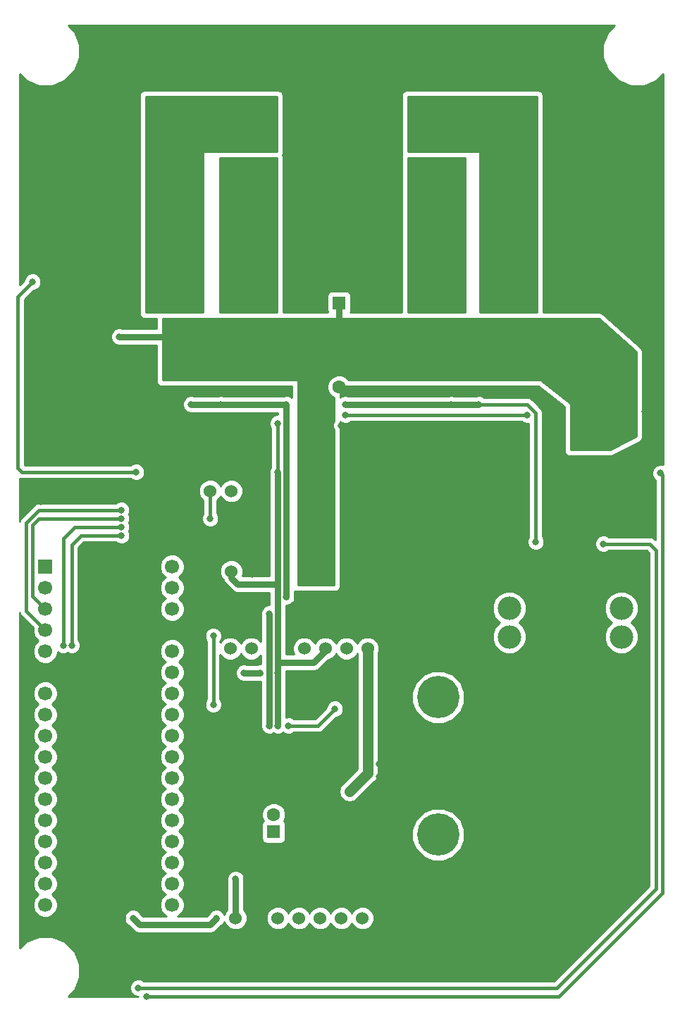
<source format=gbr>
G04 #@! TF.GenerationSoftware,KiCad,Pcbnew,(5.0.0)*
G04 #@! TF.CreationDate,2019-12-13T16:22:20-06:00*
G04 #@! TF.ProjectId,MiniRoverPowerBoard_Hardware,4D696E69526F766572506F776572426F,rev?*
G04 #@! TF.SameCoordinates,Original*
G04 #@! TF.FileFunction,Copper,L2,Bot,Signal*
G04 #@! TF.FilePolarity,Positive*
%FSLAX46Y46*%
G04 Gerber Fmt 4.6, Leading zero omitted, Abs format (unit mm)*
G04 Created by KiCad (PCBNEW (5.0.0)) date 12/13/19 16:22:20*
%MOMM*%
%LPD*%
G01*
G04 APERTURE LIST*
G04 #@! TA.AperFunction,ComponentPad*
%ADD10C,1.524000*%
G04 #@! TD*
G04 #@! TA.AperFunction,ComponentPad*
%ADD11R,1.600000X1.600000*%
G04 #@! TD*
G04 #@! TA.AperFunction,ComponentPad*
%ADD12C,1.600000*%
G04 #@! TD*
G04 #@! TA.AperFunction,ComponentPad*
%ADD13C,5.080000*%
G04 #@! TD*
G04 #@! TA.AperFunction,ComponentPad*
%ADD14C,2.819400*%
G04 #@! TD*
G04 #@! TA.AperFunction,ComponentPad*
%ADD15C,1.700000*%
G04 #@! TD*
G04 #@! TA.AperFunction,ComponentPad*
%ADD16R,1.700000X1.700000*%
G04 #@! TD*
G04 #@! TA.AperFunction,ViaPad*
%ADD17C,0.800000*%
G04 #@! TD*
G04 #@! TA.AperFunction,Conductor*
%ADD18C,0.762000*%
G04 #@! TD*
G04 #@! TA.AperFunction,Conductor*
%ADD19C,0.381000*%
G04 #@! TD*
G04 #@! TA.AperFunction,Conductor*
%ADD20C,1.270000*%
G04 #@! TD*
G04 #@! TA.AperFunction,Conductor*
%ADD21C,0.254000*%
G04 #@! TD*
G04 APERTURE END LIST*
D10*
G04 #@! TO.P,Conn7,3*
G04 #@! TO.N,GND*
X140462000Y-82042000D03*
G04 #@! TO.P,Conn7,2*
G04 #@! TO.N,RX*
X137922000Y-82042000D03*
G04 #@! TO.P,Conn7,1*
G04 #@! TO.N,TX*
X135382000Y-82042000D03*
G04 #@! TD*
D11*
G04 #@! TO.P,C5,1*
G04 #@! TO.N,ACT_PWR*
X150876000Y-59436000D03*
D12*
G04 #@! TO.P,C5,2*
G04 #@! TO.N,GND*
X150876000Y-55936000D03*
G04 #@! TD*
G04 #@! TO.P,C6,2*
G04 #@! TO.N,GND*
X150876000Y-69540000D03*
D11*
G04 #@! TO.P,C6,1*
G04 #@! TO.N,ACT_PWR*
X150876000Y-66040000D03*
G04 #@! TD*
D13*
G04 #@! TO.P,Conn1,1*
G04 #@! TO.N,GND*
X162788600Y-114681000D03*
G04 #@! TO.P,Conn1,2*
G04 #@! TO.N,/PVDD_IN1*
X162788600Y-106807000D03*
G04 #@! TD*
G04 #@! TO.P,Conn2,2*
G04 #@! TO.N,/PVDD_IN1*
X162788600Y-123317000D03*
G04 #@! TO.P,Conn2,1*
G04 #@! TO.N,GND*
X162788600Y-131191000D03*
G04 #@! TD*
G04 #@! TO.P,Conn3,1*
G04 #@! TO.N,OUT_A_LEFT*
X139471400Y-37719000D03*
G04 #@! TO.P,Conn3,2*
G04 #@! TO.N,OUT_B_LEFT*
X139471400Y-45593000D03*
G04 #@! TD*
G04 #@! TO.P,Conn4,2*
G04 #@! TO.N,OUT_B_RIGHT*
X162788600Y-37719000D03*
G04 #@! TO.P,Conn4,1*
G04 #@! TO.N,OUT_A_RIGHT*
X162788600Y-45593000D03*
G04 #@! TD*
D10*
G04 #@! TO.P,Conn5,1*
G04 #@! TO.N,ESTOP_EN*
X137795000Y-100965000D03*
G04 #@! TO.P,Conn5,2*
G04 #@! TO.N,Net-(Conn5-Pad2)*
X140335000Y-100965000D03*
G04 #@! TD*
G04 #@! TO.P,Conn6,1*
G04 #@! TO.N,+5V*
X138430000Y-133350000D03*
G04 #@! TO.P,Conn6,2*
G04 #@! TO.N,GND*
X140970000Y-133350000D03*
G04 #@! TO.P,Conn6,3*
G04 #@! TO.N,Net-(Conn6-Pad3)*
X143510000Y-133350000D03*
G04 #@! TO.P,Conn6,4*
G04 #@! TO.N,CONTROLLER_CLK*
X146050000Y-133350000D03*
G04 #@! TO.P,Conn6,5*
G04 #@! TO.N,CONTROLLER_CMD*
X148590000Y-133350000D03*
G04 #@! TO.P,Conn6,6*
G04 #@! TO.N,CONTROLLER_ATT*
X151130000Y-133350000D03*
G04 #@! TO.P,Conn6,7*
G04 #@! TO.N,CONTROLLER_DAT*
X153670000Y-133350000D03*
G04 #@! TD*
D14*
G04 #@! TO.P,F1,2*
G04 #@! TO.N,/PVDD_IN1*
X171323000Y-96139000D03*
X171323000Y-99568000D03*
G04 #@! TO.P,F1,1*
G04 #@! TO.N,/PVDD_IN2*
X184785000Y-99568000D03*
X184785000Y-96139000D03*
G04 #@! TD*
D12*
G04 #@! TO.P,L2,2*
G04 #@! TO.N,+5V*
X143002000Y-120936000D03*
D11*
G04 #@! TO.P,L2,1*
G04 #@! TO.N,Net-(D8-Pad1)*
X143002000Y-122936000D03*
G04 #@! TD*
D10*
G04 #@! TO.P,SW1,1*
G04 #@! TO.N,Net-(Q1-Pad3)*
X146685000Y-100965000D03*
G04 #@! TO.P,SW1,2*
G04 #@! TO.N,+5V*
X149225000Y-100965000D03*
G04 #@! TO.P,SW1,3*
G04 #@! TO.N,/PVDD_IN3*
X151765000Y-100965000D03*
G04 #@! TO.P,SW1,4*
G04 #@! TO.N,LOGIC_PWR*
X154305000Y-100965000D03*
X154305000Y-100965000D03*
G04 #@! TD*
D15*
G04 #@! TO.P,U6,SCK*
G04 #@! TO.N,Net-(U6-PadSCK)*
X130810000Y-91130000D03*
G04 #@! TO.P,U6,MI*
G04 #@! TO.N,Net-(U6-PadMI)*
X130810000Y-93670000D03*
G04 #@! TO.P,U6,VI*
G04 #@! TO.N,/VIN_R*
X130810000Y-96210000D03*
G04 #@! TO.P,U6,GND*
G04 #@! TO.N,GND*
X130810000Y-98750000D03*
G04 #@! TO.P,U6,RST*
G04 #@! TO.N,Net-(U6-PadRST)*
X130810000Y-101290000D03*
G04 #@! TO.P,U6,5V*
G04 #@! TO.N,/5V_R*
X130810000Y-103830000D03*
G04 #@! TO.P,U6,NC*
G04 #@! TO.N,Net-(U6-PadNC)*
X130810000Y-106370000D03*
X130810000Y-108910000D03*
G04 #@! TO.P,U6,A5*
G04 #@! TO.N,PACK_IMEAS*
X130810000Y-111450000D03*
G04 #@! TO.P,U6,A4*
G04 #@! TO.N,V_ACT_SENSE*
X130810000Y-113990000D03*
G04 #@! TO.P,U6,A3*
G04 #@! TO.N,V_LOG_SENSE*
X130810000Y-116530000D03*
G04 #@! TO.P,U6,A2*
G04 #@! TO.N,CONTROLLER_DAT*
X130810000Y-119070000D03*
G04 #@! TO.P,U6,A1*
G04 #@! TO.N,CONTROLLER_ATT*
X130810000Y-121610000D03*
G04 #@! TO.P,U6,A0*
G04 #@! TO.N,CONTROLLER_CMD*
X130810000Y-124150000D03*
G04 #@! TO.P,U6,AREF*
G04 #@! TO.N,Net-(U6-PadAREF)*
X130810000Y-126690000D03*
G04 #@! TO.P,U6,3.3V*
G04 #@! TO.N,+3V3*
X130810000Y-129230000D03*
G04 #@! TO.P,U6,13*
G04 #@! TO.N,CONTROLLER_CLK*
X130810000Y-131770000D03*
D16*
G04 #@! TO.P,U6,MO*
G04 #@! TO.N,Net-(U6-PadMO)*
X115554000Y-91130000D03*
D15*
G04 #@! TO.P,U6,SS*
G04 #@! TO.N,Net-(U6-PadSS)*
X115554000Y-93670000D03*
G04 #@! TO.P,U6,TX*
G04 #@! TO.N,TX*
X115554000Y-96210000D03*
G04 #@! TO.P,U6,RX*
G04 #@! TO.N,RX*
X115554000Y-98750000D03*
G04 #@! TO.P,U6,RST*
G04 #@! TO.N,Net-(U6-PadRST)*
X115554000Y-101290000D03*
G04 #@! TO.P,U6,GND*
G04 #@! TO.N,GND*
X115554000Y-103830000D03*
G04 #@! TO.P,U6,2*
G04 #@! TO.N,BUZZER_EN*
X115554000Y-106370000D03*
G04 #@! TO.P,U6,3*
G04 #@! TO.N,ESTOP_EN*
X115554000Y-108910000D03*
G04 #@! TO.P,U6,4*
G04 #@! TO.N,LOG_SW_EN*
X115554000Y-111450000D03*
G04 #@! TO.P,U6,5*
G04 #@! TO.N,IN_A1*
X115554000Y-113990000D03*
G04 #@! TO.P,U6,6*
G04 #@! TO.N,LEFT_PWM*
X115554000Y-116530000D03*
G04 #@! TO.P,U6,7*
G04 #@! TO.N,IN_B1*
X115554000Y-119070000D03*
G04 #@! TO.P,U6,8*
G04 #@! TO.N,IN_A2*
X115554000Y-121610000D03*
G04 #@! TO.P,U6,9*
G04 #@! TO.N,RIGHT_PWM*
X115554000Y-124150000D03*
G04 #@! TO.P,U6,10*
G04 #@! TO.N,IN_B2*
X115554000Y-126690000D03*
G04 #@! TO.P,U6,11*
G04 #@! TO.N,RIGHT_SW*
X115554000Y-129230000D03*
G04 #@! TO.P,U6,12*
G04 #@! TO.N,LEFT_SW*
X115554000Y-131770000D03*
G04 #@! TD*
D10*
G04 #@! TO.P,Conn8,1*
G04 #@! TO.N,+5V*
X137922000Y-91694000D03*
G04 #@! TO.P,Conn8,2*
G04 #@! TO.N,GND*
X140462000Y-91694000D03*
G04 #@! TD*
G04 #@! TO.P,Conn9,1*
G04 #@! TO.N,ACT_PWR*
X146812000Y-82042000D03*
G04 #@! TO.P,Conn9,2*
X149352000Y-82042000D03*
G04 #@! TO.P,Conn9,3*
G04 #@! TO.N,GND*
X151892000Y-82042000D03*
G04 #@! TO.P,Conn9,4*
X154432000Y-82042000D03*
X154432000Y-82042000D03*
G04 #@! TD*
G04 #@! TO.P,Conn10,4*
G04 #@! TO.N,GND*
X154432000Y-91694000D03*
X154432000Y-91694000D03*
G04 #@! TO.P,Conn10,3*
X151892000Y-91694000D03*
G04 #@! TO.P,Conn10,2*
G04 #@! TO.N,ACT_PWR*
X149352000Y-91694000D03*
G04 #@! TO.P,Conn10,1*
X146812000Y-91694000D03*
G04 #@! TD*
D17*
G04 #@! TO.N,+5V*
X126492000Y-79756000D03*
X143510000Y-79756000D03*
X114046000Y-56896000D03*
X143510000Y-73914000D03*
X151638000Y-72898000D03*
X173482000Y-72898000D03*
X143510000Y-110236000D03*
X143510000Y-103886000D03*
X141351000Y-103886000D03*
X139446000Y-103886000D03*
X138430000Y-128651000D03*
G04 #@! TO.N,+3V3*
X142494000Y-96774000D03*
X144526000Y-94742000D03*
X133096000Y-71628000D03*
X136652000Y-71628000D03*
X144526000Y-71628000D03*
X151638000Y-71628000D03*
X167640000Y-71628000D03*
X164338000Y-71628000D03*
X142494000Y-110236000D03*
X174498000Y-88138000D03*
G04 #@! TO.N,GND*
X152654000Y-41402000D03*
X149352000Y-41402000D03*
X149352000Y-47244000D03*
X152908000Y-47244000D03*
X153924000Y-52070000D03*
X186182000Y-61976000D03*
X119888000Y-63500000D03*
X118872000Y-63500000D03*
X123952000Y-68580000D03*
X120396000Y-69088000D03*
X177038000Y-85090000D03*
X174752000Y-90932000D03*
X150622000Y-126746000D03*
X149352000Y-126746000D03*
X148082000Y-126746000D03*
X146812000Y-126746000D03*
X145288000Y-119126000D03*
X155702000Y-114808000D03*
X151638000Y-114808000D03*
X150368000Y-114808000D03*
X157226000Y-106172000D03*
X115062000Y-82296000D03*
X115062000Y-83312000D03*
X152654000Y-70358000D03*
X153670000Y-69850000D03*
X154686000Y-70358000D03*
X155702000Y-69850000D03*
X156718000Y-70358000D03*
X157734000Y-69850000D03*
X159258000Y-74168000D03*
X158242000Y-74168000D03*
X157226000Y-74168000D03*
X156210000Y-74168000D03*
X155194000Y-74168000D03*
X154178000Y-74168000D03*
X153162000Y-74168000D03*
X152146000Y-74168000D03*
X151130000Y-74168000D03*
X162560000Y-95885000D03*
X161544000Y-95885000D03*
X163068000Y-88646000D03*
X157226000Y-104902000D03*
X157226000Y-103632000D03*
X152400000Y-104140000D03*
X151384000Y-104140000D03*
X150368000Y-104140000D03*
X151638000Y-113792000D03*
X150368000Y-113792000D03*
X155702000Y-116332000D03*
X146431000Y-114808000D03*
X170180000Y-89662000D03*
X168910000Y-89662000D03*
X167640000Y-89662000D03*
X166370000Y-89662000D03*
X165100000Y-89662000D03*
X165608000Y-88646000D03*
X166878000Y-88646000D03*
X168148000Y-88646000D03*
X169418000Y-88646000D03*
X164338000Y-88646000D03*
X170688000Y-88646000D03*
X163830000Y-89662000D03*
X183388000Y-48006000D03*
X180848000Y-48006000D03*
X179578000Y-48006000D03*
X182880000Y-49022000D03*
X179070000Y-49022000D03*
X181610000Y-49022000D03*
X180340000Y-49022000D03*
X184150000Y-49022000D03*
X185420000Y-49022000D03*
X185928000Y-48006000D03*
X184658000Y-48006000D03*
X182118000Y-48006000D03*
X120650000Y-48006000D03*
X119380000Y-48006000D03*
X121920000Y-48006000D03*
X118110000Y-48006000D03*
X116332000Y-49022000D03*
X123190000Y-48006000D03*
X120142000Y-49022000D03*
X117602000Y-49022000D03*
X118872000Y-49022000D03*
X116840000Y-48006000D03*
X122682000Y-49022000D03*
X121412000Y-49022000D03*
X146050000Y-106172000D03*
X146558000Y-98552000D03*
X147574000Y-98552000D03*
X139573000Y-106807000D03*
X134493000Y-106172000D03*
X142494000Y-113030000D03*
X145288000Y-117856000D03*
X113538000Y-128016000D03*
X113538000Y-129032000D03*
X120396000Y-133096000D03*
X120396000Y-131826000D03*
X121666000Y-131826000D03*
X121666000Y-133096000D03*
X128270000Y-102362000D03*
X128270000Y-101092000D03*
X128270000Y-106172000D03*
X128270000Y-104902000D03*
X113792000Y-82296000D03*
X113792000Y-83312000D03*
X187579000Y-72517000D03*
X178054000Y-85090000D03*
X133096000Y-106172000D03*
X133096000Y-107569000D03*
X147574000Y-114808000D03*
X146431000Y-112903000D03*
X147574000Y-112903000D03*
X160528000Y-95885000D03*
X159512000Y-95885000D03*
X158496000Y-95885000D03*
X187198000Y-48006000D03*
X186690000Y-49022000D03*
X178308000Y-48006000D03*
X177800000Y-49022000D03*
X115062000Y-49022000D03*
X115570000Y-48006000D03*
X124460000Y-48006000D03*
X123952000Y-49022000D03*
G04 #@! TO.N,LOGIC_PWR*
X154305000Y-107696000D03*
X136144000Y-133350000D03*
X126111000Y-133350000D03*
X152146000Y-118110000D03*
G04 #@! TO.N,ACT_PWR*
X177800000Y-63500000D03*
X182880000Y-70612000D03*
X184912000Y-70612000D03*
X184912000Y-72644000D03*
X184912000Y-71628000D03*
X182880000Y-71628000D03*
X182880000Y-72644000D03*
X182880000Y-73660000D03*
X182880000Y-74676000D03*
X184912000Y-73660000D03*
X184912000Y-75692000D03*
X182880000Y-75692000D03*
X180848000Y-75692000D03*
X180848000Y-74676000D03*
X180848000Y-73660000D03*
X180848000Y-72644000D03*
X180848000Y-71628000D03*
X180848000Y-70612000D03*
X179832000Y-71120000D03*
X179832000Y-72136000D03*
X179832000Y-73152000D03*
X179832000Y-74168000D03*
X179832000Y-75184000D03*
X179832000Y-76200000D03*
X183896000Y-71120000D03*
X183896000Y-72136000D03*
X183896000Y-73152000D03*
X183896000Y-74168000D03*
X183896000Y-75184000D03*
X183896000Y-76200000D03*
X181864000Y-76200000D03*
X181864000Y-75184000D03*
X181864000Y-74168000D03*
X181864000Y-73152000D03*
X181864000Y-72136000D03*
X181864000Y-71120000D03*
X185928000Y-69088000D03*
X183896000Y-69088000D03*
X181864000Y-69088000D03*
X179832000Y-69088000D03*
X164592000Y-66548000D03*
X164592000Y-65532000D03*
X164592000Y-64516000D03*
X164592000Y-63500000D03*
X164592000Y-62484000D03*
X168656000Y-66548000D03*
X168656000Y-65532000D03*
X168656000Y-64516000D03*
X168656000Y-63500000D03*
X168656000Y-62484000D03*
X163576000Y-61976000D03*
X163576000Y-62992000D03*
X163576000Y-64008000D03*
X163576000Y-65024000D03*
X163576000Y-66040000D03*
X162560000Y-66548000D03*
X162560000Y-65532000D03*
X162560000Y-64516000D03*
X162560000Y-63500000D03*
X162560000Y-62484000D03*
X161544000Y-61976000D03*
X161544000Y-62992000D03*
X161544000Y-64008000D03*
X161544000Y-65024000D03*
X161544000Y-66040000D03*
X161544000Y-67056000D03*
X163576000Y-67056000D03*
X165608000Y-61976000D03*
X167640000Y-61976000D03*
X165608000Y-65024000D03*
X167640000Y-65024000D03*
X167640000Y-62992000D03*
X166624000Y-63500000D03*
X166624000Y-65532000D03*
X165608000Y-66040000D03*
X166624000Y-64516000D03*
X165608000Y-64008000D03*
X167640000Y-67056000D03*
X166624000Y-62484000D03*
X166624000Y-66548000D03*
X165608000Y-62992000D03*
X165608000Y-67056000D03*
X167640000Y-66040000D03*
X167640000Y-64008000D03*
X169672000Y-67056000D03*
X170688000Y-62484000D03*
X170688000Y-66548000D03*
X169672000Y-62992000D03*
X169672000Y-61976000D03*
X171704000Y-61976000D03*
X170688000Y-64516000D03*
X169672000Y-65024000D03*
X169672000Y-64008000D03*
X171704000Y-67056000D03*
X171704000Y-65024000D03*
X171704000Y-62992000D03*
X170688000Y-63500000D03*
X170688000Y-65532000D03*
X169672000Y-66040000D03*
X171704000Y-64008000D03*
X171704000Y-66040000D03*
X134493000Y-66929000D03*
X135509000Y-62357000D03*
X135509000Y-66421000D03*
X134493000Y-62865000D03*
X130429000Y-61849000D03*
X132461000Y-61849000D03*
X130429000Y-64897000D03*
X132461000Y-64897000D03*
X132461000Y-62865000D03*
X131445000Y-63373000D03*
X131445000Y-65405000D03*
X134493000Y-61849000D03*
X136525000Y-61849000D03*
X135509000Y-64389000D03*
X130429000Y-65913000D03*
X131445000Y-64389000D03*
X134493000Y-64897000D03*
X134493000Y-63881000D03*
X130429000Y-63881000D03*
X136525000Y-66929000D03*
X132461000Y-66929000D03*
X131445000Y-62357000D03*
X136525000Y-64897000D03*
X131445000Y-66421000D03*
X130429000Y-62865000D03*
X136525000Y-62865000D03*
X135509000Y-63373000D03*
X130429000Y-66929000D03*
X135509000Y-65405000D03*
X132461000Y-65913000D03*
X132461000Y-63881000D03*
X134493000Y-65913000D03*
X133477000Y-63373000D03*
X133477000Y-64389000D03*
X137541000Y-63373000D03*
X137541000Y-66421000D03*
X133477000Y-66421000D03*
X137541000Y-64389000D03*
X133477000Y-65405000D03*
X137541000Y-62357000D03*
X133477000Y-62357000D03*
X137541000Y-65405000D03*
X140589000Y-64897000D03*
X138557000Y-64897000D03*
X140589000Y-66929000D03*
X139573000Y-66421000D03*
X138557000Y-61849000D03*
X138557000Y-63881000D03*
X136525000Y-63881000D03*
X139573000Y-63373000D03*
X140589000Y-63881000D03*
X139573000Y-62357000D03*
X139573000Y-65405000D03*
X138557000Y-62865000D03*
X140589000Y-62865000D03*
X140589000Y-65913000D03*
X136525000Y-65913000D03*
X139573000Y-64389000D03*
X138557000Y-65913000D03*
X140589000Y-61849000D03*
X138557000Y-66929000D03*
X181864000Y-70104000D03*
X183896000Y-70104000D03*
X185928000Y-70104000D03*
X185928000Y-71120000D03*
X185928000Y-72136000D03*
X185928000Y-73152000D03*
X185928000Y-74168000D03*
X185928000Y-75184000D03*
X179832000Y-70104000D03*
X180848000Y-69596000D03*
X180848000Y-76708000D03*
X182880000Y-76708000D03*
X184912000Y-69596000D03*
X182880000Y-69596000D03*
X184912000Y-74676000D03*
X151892000Y-62738000D03*
X149860000Y-62738000D03*
X150876000Y-62738000D03*
X124460000Y-63500000D03*
G04 #@! TO.N,OUT_A_LEFT*
X134112000Y-57912000D03*
X134112000Y-56896000D03*
X129032000Y-54356000D03*
X134112000Y-55880000D03*
X132080000Y-54864000D03*
X134112000Y-58928000D03*
X133096000Y-54356000D03*
X134112000Y-54864000D03*
X134112000Y-59944000D03*
X128016000Y-54864000D03*
X131064000Y-54356000D03*
X130048000Y-54864000D03*
X129032000Y-56388000D03*
X128016000Y-56896000D03*
X129032000Y-55372000D03*
X128016000Y-59944000D03*
X131064000Y-59436000D03*
X132080000Y-56896000D03*
X131064000Y-58420000D03*
X130048000Y-56896000D03*
X129032000Y-57404000D03*
X133096000Y-56388000D03*
X132080000Y-58928000D03*
X133096000Y-55372000D03*
X131064000Y-55372000D03*
X132080000Y-57912000D03*
X133096000Y-57404000D03*
X132080000Y-59944000D03*
X129032000Y-59436000D03*
X128016000Y-55880000D03*
X131064000Y-56388000D03*
X128016000Y-57912000D03*
X132080000Y-55880000D03*
X129032000Y-58420000D03*
X133096000Y-59436000D03*
X128016000Y-58928000D03*
X131064000Y-57404000D03*
X130048000Y-55880000D03*
X130048000Y-59944000D03*
X133096000Y-58420000D03*
X130048000Y-58928000D03*
X130048000Y-57912000D03*
G04 #@! TO.N,OUT_A_RIGHT*
X162560000Y-59436000D03*
X162560000Y-58420000D03*
X162560000Y-57404000D03*
X162560000Y-56388000D03*
X162560000Y-55372000D03*
X162560000Y-54356000D03*
X163576000Y-54864000D03*
X159512000Y-54864000D03*
X163576000Y-56896000D03*
X164592000Y-58420000D03*
X164592000Y-55372000D03*
X163576000Y-59944000D03*
X163576000Y-57912000D03*
X163576000Y-55880000D03*
X164592000Y-59436000D03*
X164592000Y-56388000D03*
X165608000Y-58928000D03*
X165608000Y-54864000D03*
X165608000Y-55880000D03*
X165608000Y-59944000D03*
X164592000Y-57404000D03*
X165608000Y-56896000D03*
X165608000Y-57912000D03*
X163576000Y-58928000D03*
X160528000Y-59436000D03*
X160528000Y-56388000D03*
X161544000Y-58928000D03*
X161544000Y-55880000D03*
X159512000Y-59944000D03*
X159512000Y-55880000D03*
X159512000Y-56896000D03*
X160528000Y-58420000D03*
X160528000Y-55372000D03*
X159512000Y-57912000D03*
X160528000Y-57404000D03*
X159512000Y-58928000D03*
X161544000Y-59944000D03*
X161544000Y-56896000D03*
X161544000Y-57912000D03*
X161544000Y-54864000D03*
X164592000Y-54356000D03*
X160528000Y-54356000D03*
G04 #@! TO.N,OUT_B_LEFT*
X141986000Y-54356000D03*
X139954000Y-56388000D03*
X139954000Y-59436000D03*
X139954000Y-58420000D03*
X137922000Y-54356000D03*
X139954000Y-57404000D03*
X139954000Y-54356000D03*
X139954000Y-55372000D03*
X141986000Y-59436000D03*
X141986000Y-56388000D03*
X143002000Y-58928000D03*
X143002000Y-54864000D03*
X143002000Y-55880000D03*
X140970000Y-59944000D03*
X140970000Y-55880000D03*
X140970000Y-56896000D03*
X141986000Y-58420000D03*
X141986000Y-55372000D03*
X140970000Y-57912000D03*
X137922000Y-57404000D03*
X137922000Y-58420000D03*
X138938000Y-56896000D03*
X138938000Y-54864000D03*
X141986000Y-57404000D03*
X140970000Y-54864000D03*
X140970000Y-58928000D03*
X137922000Y-59436000D03*
X143002000Y-59944000D03*
X136906000Y-55880000D03*
X136906000Y-57912000D03*
X138938000Y-59944000D03*
X136906000Y-54864000D03*
X136906000Y-58928000D03*
X138938000Y-55880000D03*
X138938000Y-58928000D03*
X136906000Y-59944000D03*
X137922000Y-55372000D03*
X137922000Y-56388000D03*
X136906000Y-56896000D03*
X143002000Y-56896000D03*
X143002000Y-57912000D03*
X138938000Y-57912000D03*
G04 #@! TO.N,OUT_B_RIGHT*
X171196000Y-54356000D03*
X171196000Y-58420000D03*
X171196000Y-57404000D03*
X171196000Y-56388000D03*
X171196000Y-55372000D03*
X171196000Y-59436000D03*
X170180000Y-57912000D03*
X168148000Y-57912000D03*
X170180000Y-59944000D03*
X169164000Y-59436000D03*
X168148000Y-54864000D03*
X168148000Y-56896000D03*
X169164000Y-56388000D03*
X170180000Y-56896000D03*
X169164000Y-55372000D03*
X169164000Y-58420000D03*
X168148000Y-55880000D03*
X170180000Y-55880000D03*
X170180000Y-58928000D03*
X169164000Y-57404000D03*
X168148000Y-58928000D03*
X170180000Y-54864000D03*
X172212000Y-54864000D03*
X174244000Y-54864000D03*
X168148000Y-59944000D03*
X172212000Y-58928000D03*
X173228000Y-59436000D03*
X174244000Y-59944000D03*
X174244000Y-56896000D03*
X172212000Y-57912000D03*
X173228000Y-56388000D03*
X174244000Y-57912000D03*
X172212000Y-56896000D03*
X173228000Y-58420000D03*
X172212000Y-55880000D03*
X173228000Y-57404000D03*
X174244000Y-58928000D03*
X173228000Y-55372000D03*
X174244000Y-55880000D03*
X172212000Y-59944000D03*
X169164000Y-54356000D03*
X173228000Y-54356000D03*
G04 #@! TO.N,ESTOP_EN*
X117729000Y-100584000D03*
X124714000Y-86360000D03*
G04 #@! TO.N,V_LOG_SENSE*
X150368000Y-108204000D03*
X144780000Y-110236000D03*
G04 #@! TO.N,V_ACT_SENSE*
X189484000Y-79883000D03*
X127762000Y-142748000D03*
G04 #@! TO.N,LOG_SW_EN*
X118745000Y-100584000D03*
X124714000Y-87376000D03*
X135763000Y-99441000D03*
X135763000Y-107696000D03*
G04 #@! TO.N,PACK_IMEAS*
X182626000Y-88392000D03*
X126746000Y-141732000D03*
G04 #@! TO.N,TX*
X124714000Y-85344000D03*
X135382000Y-85344000D03*
G04 #@! TO.N,RX*
X124714000Y-84328000D03*
G04 #@! TD*
D18*
G04 #@! TO.N,+5V*
X149225000Y-100965000D02*
X149225000Y-101219000D01*
X147828000Y-102616000D02*
X143510000Y-102616000D01*
X149225000Y-101219000D02*
X147828000Y-102616000D01*
X143510000Y-102616000D02*
X143510000Y-93218000D01*
X143510000Y-93218000D02*
X143510000Y-79756000D01*
D19*
X126492000Y-79756000D02*
X112776000Y-79756000D01*
X112776000Y-79756000D02*
X112268000Y-79248000D01*
X112268000Y-79248000D02*
X112268000Y-58674000D01*
X112268000Y-58674000D02*
X114046000Y-56896000D01*
X143510000Y-79756000D02*
X143510000Y-73914000D01*
X151638000Y-72898000D02*
X173482000Y-72898000D01*
D18*
X143510000Y-110236000D02*
X143510000Y-103886000D01*
X138684000Y-93218000D02*
X143510000Y-93218000D01*
X137922000Y-91694000D02*
X137922000Y-92456000D01*
X137922000Y-92456000D02*
X138684000Y-93218000D01*
X143510000Y-103886000D02*
X143510000Y-102616000D01*
X141351000Y-103886000D02*
X139446000Y-103886000D01*
X138430000Y-133350000D02*
X138430000Y-128651000D01*
G04 #@! TO.N,+3V3*
X144526000Y-94742000D02*
X144526000Y-79756000D01*
X144526000Y-79756000D02*
X144526000Y-72390000D01*
X143764000Y-71628000D02*
X136652000Y-71628000D01*
X136652000Y-71628000D02*
X133096000Y-71628000D01*
X144526000Y-72390000D02*
X144526000Y-71628000D01*
X164338000Y-71628000D02*
X167640000Y-71628000D01*
X151638000Y-71628000D02*
X164338000Y-71628000D01*
X143764000Y-71628000D02*
X144526000Y-71628000D01*
D19*
X167640000Y-71628000D02*
X172466000Y-71628000D01*
X172466000Y-71628000D02*
X173482000Y-71628000D01*
X173482000Y-71628000D02*
X174498000Y-72644000D01*
X174498000Y-72644000D02*
X174498000Y-74676000D01*
X174498000Y-74676000D02*
X174498000Y-83566000D01*
D18*
X142494000Y-110236000D02*
X142494000Y-96774000D01*
D19*
X174498000Y-83566000D02*
X174498000Y-88138000D01*
D20*
G04 #@! TO.N,LOGIC_PWR*
X154305000Y-100965000D02*
X154305000Y-107696000D01*
D18*
X126873000Y-134112000D02*
X126111000Y-133350000D01*
X136144000Y-133350000D02*
X135382000Y-134112000D01*
X135382000Y-134112000D02*
X126873000Y-134112000D01*
D20*
X154305000Y-107696000D02*
X154305000Y-115951000D01*
X154305000Y-115951000D02*
X152146000Y-118110000D01*
D18*
G04 #@! TO.N,ACT_PWR*
X130048000Y-63500000D02*
X130429000Y-63881000D01*
X124460000Y-63500000D02*
X130048000Y-63500000D01*
X150876000Y-59436000D02*
X150876000Y-62738000D01*
D19*
G04 #@! TO.N,ESTOP_EN*
X119126000Y-86360000D02*
X117729000Y-87757000D01*
X117729000Y-87757000D02*
X117729000Y-100584000D01*
X124714000Y-86360000D02*
X119126000Y-86360000D01*
G04 #@! TO.N,V_LOG_SENSE*
X150368000Y-108204000D02*
X149098000Y-109474000D01*
X149098000Y-109474000D02*
X148336000Y-110236000D01*
X148336000Y-110236000D02*
X144780000Y-110236000D01*
G04 #@! TO.N,V_ACT_SENSE*
X189738000Y-80137000D02*
X189484000Y-79883000D01*
X189738000Y-130302000D02*
X189738000Y-80137000D01*
X127762000Y-142748000D02*
X177292000Y-142748000D01*
X177292000Y-142748000D02*
X189738000Y-130302000D01*
G04 #@! TO.N,LOG_SW_EN*
X118745000Y-88519000D02*
X118745000Y-100584000D01*
X119888000Y-87376000D02*
X118745000Y-88519000D01*
X124714000Y-87376000D02*
X119888000Y-87376000D01*
X135763000Y-107696000D02*
X135763000Y-99441000D01*
G04 #@! TO.N,PACK_IMEAS*
X188976000Y-89154000D02*
X188976000Y-129794000D01*
X182626000Y-88392000D02*
X188214000Y-88392000D01*
X188214000Y-88392000D02*
X188976000Y-89154000D01*
X177038000Y-141732000D02*
X126746000Y-141732000D01*
X177038000Y-141732000D02*
X188976000Y-129794000D01*
G04 #@! TO.N,TX*
X114046000Y-94702000D02*
X115554000Y-96210000D01*
X114046000Y-86106000D02*
X114046000Y-94702000D01*
X114808000Y-85344000D02*
X114046000Y-86106000D01*
X124714000Y-85344000D02*
X114808000Y-85344000D01*
X135382000Y-82042000D02*
X135382000Y-85344000D01*
G04 #@! TO.N,RX*
X113284000Y-96480000D02*
X115554000Y-98750000D01*
X124714000Y-84328000D02*
X114808000Y-84328000D01*
X114808000Y-84328000D02*
X113284000Y-85852000D01*
X113284000Y-85852000D02*
X113284000Y-96480000D01*
G04 #@! TD*
D21*
G04 #@! TO.N,GND*
G36*
X183180108Y-26864765D02*
X182549800Y-28386463D01*
X182549800Y-30033537D01*
X183180108Y-31555235D01*
X184344765Y-32719892D01*
X185866463Y-33350200D01*
X187513537Y-33350200D01*
X189035235Y-32719892D01*
X189790000Y-31965127D01*
X189790000Y-78889474D01*
X189689874Y-78848000D01*
X189278126Y-78848000D01*
X188897720Y-79005569D01*
X188606569Y-79296720D01*
X188449000Y-79677126D01*
X188449000Y-80088874D01*
X188606569Y-80469280D01*
X188897720Y-80760431D01*
X188912501Y-80766553D01*
X188912501Y-87923069D01*
X188855209Y-87865777D01*
X188809152Y-87796848D01*
X188536094Y-87614396D01*
X188295303Y-87566500D01*
X188295301Y-87566500D01*
X188214000Y-87550328D01*
X188132699Y-87566500D01*
X183264211Y-87566500D01*
X183212280Y-87514569D01*
X182831874Y-87357000D01*
X182420126Y-87357000D01*
X182039720Y-87514569D01*
X181748569Y-87805720D01*
X181591000Y-88186126D01*
X181591000Y-88597874D01*
X181748569Y-88978280D01*
X182039720Y-89269431D01*
X182420126Y-89427000D01*
X182831874Y-89427000D01*
X183212280Y-89269431D01*
X183264211Y-89217500D01*
X187872068Y-89217500D01*
X188150500Y-89495933D01*
X188150501Y-129452066D01*
X176696068Y-140906500D01*
X127384211Y-140906500D01*
X127332280Y-140854569D01*
X126951874Y-140697000D01*
X126540126Y-140697000D01*
X126159720Y-140854569D01*
X125868569Y-141145720D01*
X125711000Y-141526126D01*
X125711000Y-141937874D01*
X125868569Y-142318280D01*
X126159720Y-142609431D01*
X126540126Y-142767000D01*
X126727000Y-142767000D01*
X126727000Y-142800000D01*
X118325127Y-142800000D01*
X119079892Y-142045235D01*
X119710200Y-140523537D01*
X119710200Y-138876463D01*
X119079892Y-137354765D01*
X117915235Y-136190108D01*
X116393537Y-135559800D01*
X114746463Y-135559800D01*
X113224765Y-136190108D01*
X112470000Y-136944873D01*
X112470000Y-133350000D01*
X125075096Y-133350000D01*
X125076000Y-133354545D01*
X125076000Y-133555874D01*
X125153047Y-133741881D01*
X125153950Y-133746423D01*
X125156523Y-133750273D01*
X125233569Y-133936280D01*
X125524720Y-134227431D01*
X125570591Y-134246431D01*
X126083822Y-134759663D01*
X126140505Y-134844495D01*
X126476577Y-135069051D01*
X126772935Y-135128000D01*
X126772936Y-135128000D01*
X126873000Y-135147904D01*
X126973064Y-135128000D01*
X135281937Y-135128000D01*
X135382000Y-135147904D01*
X135482063Y-135128000D01*
X135482065Y-135128000D01*
X135778423Y-135069051D01*
X136114495Y-134844495D01*
X136171179Y-134759661D01*
X136684410Y-134246431D01*
X136730280Y-134227431D01*
X137021431Y-133936280D01*
X137091087Y-133768115D01*
X137245680Y-134141337D01*
X137638663Y-134534320D01*
X138152119Y-134747000D01*
X138707881Y-134747000D01*
X139221337Y-134534320D01*
X139614320Y-134141337D01*
X139827000Y-133627881D01*
X139827000Y-133072119D01*
X142113000Y-133072119D01*
X142113000Y-133627881D01*
X142325680Y-134141337D01*
X142718663Y-134534320D01*
X143232119Y-134747000D01*
X143787881Y-134747000D01*
X144301337Y-134534320D01*
X144694320Y-134141337D01*
X144780000Y-133934487D01*
X144865680Y-134141337D01*
X145258663Y-134534320D01*
X145772119Y-134747000D01*
X146327881Y-134747000D01*
X146841337Y-134534320D01*
X147234320Y-134141337D01*
X147320000Y-133934487D01*
X147405680Y-134141337D01*
X147798663Y-134534320D01*
X148312119Y-134747000D01*
X148867881Y-134747000D01*
X149381337Y-134534320D01*
X149774320Y-134141337D01*
X149860000Y-133934487D01*
X149945680Y-134141337D01*
X150338663Y-134534320D01*
X150852119Y-134747000D01*
X151407881Y-134747000D01*
X151921337Y-134534320D01*
X152314320Y-134141337D01*
X152400000Y-133934487D01*
X152485680Y-134141337D01*
X152878663Y-134534320D01*
X153392119Y-134747000D01*
X153947881Y-134747000D01*
X154461337Y-134534320D01*
X154854320Y-134141337D01*
X155067000Y-133627881D01*
X155067000Y-133072119D01*
X154854320Y-132558663D01*
X154461337Y-132165680D01*
X153947881Y-131953000D01*
X153392119Y-131953000D01*
X152878663Y-132165680D01*
X152485680Y-132558663D01*
X152400000Y-132765513D01*
X152314320Y-132558663D01*
X151921337Y-132165680D01*
X151407881Y-131953000D01*
X150852119Y-131953000D01*
X150338663Y-132165680D01*
X149945680Y-132558663D01*
X149860000Y-132765513D01*
X149774320Y-132558663D01*
X149381337Y-132165680D01*
X148867881Y-131953000D01*
X148312119Y-131953000D01*
X147798663Y-132165680D01*
X147405680Y-132558663D01*
X147320000Y-132765513D01*
X147234320Y-132558663D01*
X146841337Y-132165680D01*
X146327881Y-131953000D01*
X145772119Y-131953000D01*
X145258663Y-132165680D01*
X144865680Y-132558663D01*
X144780000Y-132765513D01*
X144694320Y-132558663D01*
X144301337Y-132165680D01*
X143787881Y-131953000D01*
X143232119Y-131953000D01*
X142718663Y-132165680D01*
X142325680Y-132558663D01*
X142113000Y-133072119D01*
X139827000Y-133072119D01*
X139614320Y-132558663D01*
X139446000Y-132390343D01*
X139446000Y-128902744D01*
X139465000Y-128856874D01*
X139465000Y-128445126D01*
X139387955Y-128259123D01*
X139387051Y-128254577D01*
X139384476Y-128250723D01*
X139307431Y-128064720D01*
X139165070Y-127922359D01*
X139162495Y-127918505D01*
X139158641Y-127915930D01*
X139016280Y-127773569D01*
X138830277Y-127696524D01*
X138826423Y-127693949D01*
X138821877Y-127693045D01*
X138635874Y-127616000D01*
X138434545Y-127616000D01*
X138430000Y-127615096D01*
X138425455Y-127616000D01*
X138224126Y-127616000D01*
X138038122Y-127693045D01*
X138033578Y-127693949D01*
X138029725Y-127696523D01*
X137843720Y-127773569D01*
X137701357Y-127915932D01*
X137697506Y-127918505D01*
X137694933Y-127922356D01*
X137552569Y-128064720D01*
X137475523Y-128250727D01*
X137472950Y-128254577D01*
X137472047Y-128259119D01*
X137395000Y-128445126D01*
X137395000Y-128856874D01*
X137414001Y-128902746D01*
X137414000Y-132390343D01*
X137245680Y-132558663D01*
X137091087Y-132931885D01*
X137021431Y-132763720D01*
X136879065Y-132621354D01*
X136876494Y-132617506D01*
X136872646Y-132614935D01*
X136730280Y-132472569D01*
X136544276Y-132395524D01*
X136540424Y-132392950D01*
X136535880Y-132392046D01*
X136349874Y-132315000D01*
X136148545Y-132315000D01*
X136144000Y-132314096D01*
X136139455Y-132315000D01*
X135938126Y-132315000D01*
X135752120Y-132392046D01*
X135747576Y-132392950D01*
X135743724Y-132395524D01*
X135557720Y-132472569D01*
X135266569Y-132763720D01*
X135247569Y-132809590D01*
X134961160Y-133096000D01*
X131489245Y-133096000D01*
X131651185Y-133028922D01*
X132068922Y-132611185D01*
X132295000Y-132065385D01*
X132295000Y-131474615D01*
X132068922Y-130928815D01*
X131651185Y-130511078D01*
X131624440Y-130500000D01*
X131651185Y-130488922D01*
X132068922Y-130071185D01*
X132295000Y-129525385D01*
X132295000Y-128934615D01*
X132068922Y-128388815D01*
X131651185Y-127971078D01*
X131624440Y-127960000D01*
X131651185Y-127948922D01*
X132068922Y-127531185D01*
X132295000Y-126985385D01*
X132295000Y-126394615D01*
X132068922Y-125848815D01*
X131651185Y-125431078D01*
X131624440Y-125420000D01*
X131651185Y-125408922D01*
X132068922Y-124991185D01*
X132295000Y-124445385D01*
X132295000Y-123854615D01*
X132068922Y-123308815D01*
X131651185Y-122891078D01*
X131624440Y-122880000D01*
X131651185Y-122868922D01*
X132068922Y-122451185D01*
X132199476Y-122136000D01*
X141554560Y-122136000D01*
X141554560Y-123736000D01*
X141603843Y-123983765D01*
X141744191Y-124193809D01*
X141954235Y-124334157D01*
X142202000Y-124383440D01*
X143802000Y-124383440D01*
X144049765Y-124334157D01*
X144259809Y-124193809D01*
X144400157Y-123983765D01*
X144449440Y-123736000D01*
X144449440Y-122685453D01*
X159613600Y-122685453D01*
X159613600Y-123948547D01*
X160096965Y-125115493D01*
X160990107Y-126008635D01*
X162157053Y-126492000D01*
X163420147Y-126492000D01*
X164587093Y-126008635D01*
X165480235Y-125115493D01*
X165963600Y-123948547D01*
X165963600Y-122685453D01*
X165480235Y-121518507D01*
X164587093Y-120625365D01*
X163420147Y-120142000D01*
X162157053Y-120142000D01*
X160990107Y-120625365D01*
X160096965Y-121518507D01*
X159613600Y-122685453D01*
X144449440Y-122685453D01*
X144449440Y-122136000D01*
X144400157Y-121888235D01*
X144259809Y-121678191D01*
X144250409Y-121671910D01*
X144437000Y-121221439D01*
X144437000Y-120650561D01*
X144218534Y-120123138D01*
X143814862Y-119719466D01*
X143287439Y-119501000D01*
X142716561Y-119501000D01*
X142189138Y-119719466D01*
X141785466Y-120123138D01*
X141567000Y-120650561D01*
X141567000Y-121221439D01*
X141753591Y-121671910D01*
X141744191Y-121678191D01*
X141603843Y-121888235D01*
X141554560Y-122136000D01*
X132199476Y-122136000D01*
X132295000Y-121905385D01*
X132295000Y-121314615D01*
X132068922Y-120768815D01*
X131651185Y-120351078D01*
X131624440Y-120340000D01*
X131651185Y-120328922D01*
X132068922Y-119911185D01*
X132295000Y-119365385D01*
X132295000Y-118774615D01*
X132068922Y-118228815D01*
X131651185Y-117811078D01*
X131624440Y-117800000D01*
X131651185Y-117788922D01*
X132068922Y-117371185D01*
X132295000Y-116825385D01*
X132295000Y-116234615D01*
X132068922Y-115688815D01*
X131651185Y-115271078D01*
X131624440Y-115260000D01*
X131651185Y-115248922D01*
X132068922Y-114831185D01*
X132295000Y-114285385D01*
X132295000Y-113694615D01*
X132068922Y-113148815D01*
X131651185Y-112731078D01*
X131624440Y-112720000D01*
X131651185Y-112708922D01*
X132068922Y-112291185D01*
X132295000Y-111745385D01*
X132295000Y-111154615D01*
X132068922Y-110608815D01*
X131651185Y-110191078D01*
X131624440Y-110180000D01*
X131651185Y-110168922D01*
X132068922Y-109751185D01*
X132295000Y-109205385D01*
X132295000Y-108614615D01*
X132068922Y-108068815D01*
X131651185Y-107651078D01*
X131624440Y-107640000D01*
X131651185Y-107628922D01*
X132068922Y-107211185D01*
X132295000Y-106665385D01*
X132295000Y-106074615D01*
X132068922Y-105528815D01*
X131651185Y-105111078D01*
X131624440Y-105100000D01*
X131651185Y-105088922D01*
X132068922Y-104671185D01*
X132295000Y-104125385D01*
X132295000Y-103534615D01*
X132068922Y-102988815D01*
X131651185Y-102571078D01*
X131624440Y-102560000D01*
X131651185Y-102548922D01*
X132068922Y-102131185D01*
X132295000Y-101585385D01*
X132295000Y-100994615D01*
X132068922Y-100448815D01*
X131651185Y-100031078D01*
X131105385Y-99805000D01*
X130514615Y-99805000D01*
X129968815Y-100031078D01*
X129551078Y-100448815D01*
X129325000Y-100994615D01*
X129325000Y-101585385D01*
X129551078Y-102131185D01*
X129968815Y-102548922D01*
X129995560Y-102560000D01*
X129968815Y-102571078D01*
X129551078Y-102988815D01*
X129325000Y-103534615D01*
X129325000Y-104125385D01*
X129551078Y-104671185D01*
X129968815Y-105088922D01*
X129995560Y-105100000D01*
X129968815Y-105111078D01*
X129551078Y-105528815D01*
X129325000Y-106074615D01*
X129325000Y-106665385D01*
X129551078Y-107211185D01*
X129968815Y-107628922D01*
X129995560Y-107640000D01*
X129968815Y-107651078D01*
X129551078Y-108068815D01*
X129325000Y-108614615D01*
X129325000Y-109205385D01*
X129551078Y-109751185D01*
X129968815Y-110168922D01*
X129995560Y-110180000D01*
X129968815Y-110191078D01*
X129551078Y-110608815D01*
X129325000Y-111154615D01*
X129325000Y-111745385D01*
X129551078Y-112291185D01*
X129968815Y-112708922D01*
X129995560Y-112720000D01*
X129968815Y-112731078D01*
X129551078Y-113148815D01*
X129325000Y-113694615D01*
X129325000Y-114285385D01*
X129551078Y-114831185D01*
X129968815Y-115248922D01*
X129995560Y-115260000D01*
X129968815Y-115271078D01*
X129551078Y-115688815D01*
X129325000Y-116234615D01*
X129325000Y-116825385D01*
X129551078Y-117371185D01*
X129968815Y-117788922D01*
X129995560Y-117800000D01*
X129968815Y-117811078D01*
X129551078Y-118228815D01*
X129325000Y-118774615D01*
X129325000Y-119365385D01*
X129551078Y-119911185D01*
X129968815Y-120328922D01*
X129995560Y-120340000D01*
X129968815Y-120351078D01*
X129551078Y-120768815D01*
X129325000Y-121314615D01*
X129325000Y-121905385D01*
X129551078Y-122451185D01*
X129968815Y-122868922D01*
X129995560Y-122880000D01*
X129968815Y-122891078D01*
X129551078Y-123308815D01*
X129325000Y-123854615D01*
X129325000Y-124445385D01*
X129551078Y-124991185D01*
X129968815Y-125408922D01*
X129995560Y-125420000D01*
X129968815Y-125431078D01*
X129551078Y-125848815D01*
X129325000Y-126394615D01*
X129325000Y-126985385D01*
X129551078Y-127531185D01*
X129968815Y-127948922D01*
X129995560Y-127960000D01*
X129968815Y-127971078D01*
X129551078Y-128388815D01*
X129325000Y-128934615D01*
X129325000Y-129525385D01*
X129551078Y-130071185D01*
X129968815Y-130488922D01*
X129995560Y-130500000D01*
X129968815Y-130511078D01*
X129551078Y-130928815D01*
X129325000Y-131474615D01*
X129325000Y-132065385D01*
X129551078Y-132611185D01*
X129968815Y-133028922D01*
X130130755Y-133096000D01*
X127293841Y-133096000D01*
X127007431Y-132809591D01*
X126988431Y-132763720D01*
X126697280Y-132472569D01*
X126511273Y-132395523D01*
X126507423Y-132392950D01*
X126502881Y-132392047D01*
X126316874Y-132315000D01*
X126115545Y-132315000D01*
X126111000Y-132314096D01*
X126106455Y-132315000D01*
X125905126Y-132315000D01*
X125719119Y-132392047D01*
X125714577Y-132392950D01*
X125710727Y-132395523D01*
X125524720Y-132472569D01*
X125382354Y-132614935D01*
X125378506Y-132617506D01*
X125375935Y-132621354D01*
X125233569Y-132763720D01*
X125156523Y-132949727D01*
X125153950Y-132953577D01*
X125153047Y-132958119D01*
X125076000Y-133144126D01*
X125076000Y-133345455D01*
X125075096Y-133350000D01*
X112470000Y-133350000D01*
X112470000Y-106074615D01*
X114069000Y-106074615D01*
X114069000Y-106665385D01*
X114295078Y-107211185D01*
X114712815Y-107628922D01*
X114739560Y-107640000D01*
X114712815Y-107651078D01*
X114295078Y-108068815D01*
X114069000Y-108614615D01*
X114069000Y-109205385D01*
X114295078Y-109751185D01*
X114712815Y-110168922D01*
X114739560Y-110180000D01*
X114712815Y-110191078D01*
X114295078Y-110608815D01*
X114069000Y-111154615D01*
X114069000Y-111745385D01*
X114295078Y-112291185D01*
X114712815Y-112708922D01*
X114739560Y-112720000D01*
X114712815Y-112731078D01*
X114295078Y-113148815D01*
X114069000Y-113694615D01*
X114069000Y-114285385D01*
X114295078Y-114831185D01*
X114712815Y-115248922D01*
X114739560Y-115260000D01*
X114712815Y-115271078D01*
X114295078Y-115688815D01*
X114069000Y-116234615D01*
X114069000Y-116825385D01*
X114295078Y-117371185D01*
X114712815Y-117788922D01*
X114739560Y-117800000D01*
X114712815Y-117811078D01*
X114295078Y-118228815D01*
X114069000Y-118774615D01*
X114069000Y-119365385D01*
X114295078Y-119911185D01*
X114712815Y-120328922D01*
X114739560Y-120340000D01*
X114712815Y-120351078D01*
X114295078Y-120768815D01*
X114069000Y-121314615D01*
X114069000Y-121905385D01*
X114295078Y-122451185D01*
X114712815Y-122868922D01*
X114739560Y-122880000D01*
X114712815Y-122891078D01*
X114295078Y-123308815D01*
X114069000Y-123854615D01*
X114069000Y-124445385D01*
X114295078Y-124991185D01*
X114712815Y-125408922D01*
X114739560Y-125420000D01*
X114712815Y-125431078D01*
X114295078Y-125848815D01*
X114069000Y-126394615D01*
X114069000Y-126985385D01*
X114295078Y-127531185D01*
X114712815Y-127948922D01*
X114739560Y-127960000D01*
X114712815Y-127971078D01*
X114295078Y-128388815D01*
X114069000Y-128934615D01*
X114069000Y-129525385D01*
X114295078Y-130071185D01*
X114712815Y-130488922D01*
X114739560Y-130500000D01*
X114712815Y-130511078D01*
X114295078Y-130928815D01*
X114069000Y-131474615D01*
X114069000Y-132065385D01*
X114295078Y-132611185D01*
X114712815Y-133028922D01*
X115258615Y-133255000D01*
X115849385Y-133255000D01*
X116395185Y-133028922D01*
X116812922Y-132611185D01*
X117039000Y-132065385D01*
X117039000Y-131474615D01*
X116812922Y-130928815D01*
X116395185Y-130511078D01*
X116368440Y-130500000D01*
X116395185Y-130488922D01*
X116812922Y-130071185D01*
X117039000Y-129525385D01*
X117039000Y-128934615D01*
X116812922Y-128388815D01*
X116395185Y-127971078D01*
X116368440Y-127960000D01*
X116395185Y-127948922D01*
X116812922Y-127531185D01*
X117039000Y-126985385D01*
X117039000Y-126394615D01*
X116812922Y-125848815D01*
X116395185Y-125431078D01*
X116368440Y-125420000D01*
X116395185Y-125408922D01*
X116812922Y-124991185D01*
X117039000Y-124445385D01*
X117039000Y-123854615D01*
X116812922Y-123308815D01*
X116395185Y-122891078D01*
X116368440Y-122880000D01*
X116395185Y-122868922D01*
X116812922Y-122451185D01*
X117039000Y-121905385D01*
X117039000Y-121314615D01*
X116812922Y-120768815D01*
X116395185Y-120351078D01*
X116368440Y-120340000D01*
X116395185Y-120328922D01*
X116812922Y-119911185D01*
X117039000Y-119365385D01*
X117039000Y-118774615D01*
X116812922Y-118228815D01*
X116395185Y-117811078D01*
X116368440Y-117800000D01*
X116395185Y-117788922D01*
X116812922Y-117371185D01*
X117039000Y-116825385D01*
X117039000Y-116234615D01*
X116812922Y-115688815D01*
X116395185Y-115271078D01*
X116368440Y-115260000D01*
X116395185Y-115248922D01*
X116812922Y-114831185D01*
X117039000Y-114285385D01*
X117039000Y-113694615D01*
X116812922Y-113148815D01*
X116395185Y-112731078D01*
X116368440Y-112720000D01*
X116395185Y-112708922D01*
X116812922Y-112291185D01*
X117039000Y-111745385D01*
X117039000Y-111154615D01*
X116812922Y-110608815D01*
X116395185Y-110191078D01*
X116368440Y-110180000D01*
X116395185Y-110168922D01*
X116812922Y-109751185D01*
X117039000Y-109205385D01*
X117039000Y-108614615D01*
X116812922Y-108068815D01*
X116395185Y-107651078D01*
X116368440Y-107640000D01*
X116395185Y-107628922D01*
X116812922Y-107211185D01*
X117039000Y-106665385D01*
X117039000Y-106074615D01*
X116812922Y-105528815D01*
X116395185Y-105111078D01*
X115849385Y-104885000D01*
X115258615Y-104885000D01*
X114712815Y-105111078D01*
X114295078Y-105528815D01*
X114069000Y-106074615D01*
X112470000Y-106074615D01*
X112470000Y-96619115D01*
X112506397Y-96802094D01*
X112688849Y-97075152D01*
X112757775Y-97121207D01*
X114075497Y-98438930D01*
X114069000Y-98454615D01*
X114069000Y-99045385D01*
X114295078Y-99591185D01*
X114712815Y-100008922D01*
X114739560Y-100020000D01*
X114712815Y-100031078D01*
X114295078Y-100448815D01*
X114069000Y-100994615D01*
X114069000Y-101585385D01*
X114295078Y-102131185D01*
X114712815Y-102548922D01*
X115258615Y-102775000D01*
X115849385Y-102775000D01*
X116395185Y-102548922D01*
X116812922Y-102131185D01*
X117039000Y-101585385D01*
X117039000Y-101357711D01*
X117142720Y-101461431D01*
X117523126Y-101619000D01*
X117934874Y-101619000D01*
X118237000Y-101493856D01*
X118539126Y-101619000D01*
X118950874Y-101619000D01*
X119331280Y-101461431D01*
X119622431Y-101170280D01*
X119780000Y-100789874D01*
X119780000Y-100378126D01*
X119622431Y-99997720D01*
X119570500Y-99945789D01*
X119570500Y-90834615D01*
X129325000Y-90834615D01*
X129325000Y-91425385D01*
X129551078Y-91971185D01*
X129968815Y-92388922D01*
X129995560Y-92400000D01*
X129968815Y-92411078D01*
X129551078Y-92828815D01*
X129325000Y-93374615D01*
X129325000Y-93965385D01*
X129551078Y-94511185D01*
X129968815Y-94928922D01*
X129995560Y-94940000D01*
X129968815Y-94951078D01*
X129551078Y-95368815D01*
X129325000Y-95914615D01*
X129325000Y-96505385D01*
X129551078Y-97051185D01*
X129968815Y-97468922D01*
X130514615Y-97695000D01*
X131105385Y-97695000D01*
X131651185Y-97468922D01*
X132068922Y-97051185D01*
X132295000Y-96505385D01*
X132295000Y-95914615D01*
X132068922Y-95368815D01*
X131651185Y-94951078D01*
X131624440Y-94940000D01*
X131651185Y-94928922D01*
X132068922Y-94511185D01*
X132295000Y-93965385D01*
X132295000Y-93374615D01*
X132068922Y-92828815D01*
X131651185Y-92411078D01*
X131624440Y-92400000D01*
X131651185Y-92388922D01*
X132068922Y-91971185D01*
X132295000Y-91425385D01*
X132295000Y-90834615D01*
X132068922Y-90288815D01*
X131651185Y-89871078D01*
X131105385Y-89645000D01*
X130514615Y-89645000D01*
X129968815Y-89871078D01*
X129551078Y-90288815D01*
X129325000Y-90834615D01*
X119570500Y-90834615D01*
X119570500Y-88860932D01*
X120229933Y-88201500D01*
X124075789Y-88201500D01*
X124127720Y-88253431D01*
X124508126Y-88411000D01*
X124919874Y-88411000D01*
X125300280Y-88253431D01*
X125591431Y-87962280D01*
X125749000Y-87581874D01*
X125749000Y-87170126D01*
X125623856Y-86868000D01*
X125749000Y-86565874D01*
X125749000Y-86154126D01*
X125623856Y-85852000D01*
X125749000Y-85549874D01*
X125749000Y-85138126D01*
X125623856Y-84836000D01*
X125749000Y-84533874D01*
X125749000Y-84122126D01*
X125591431Y-83741720D01*
X125300280Y-83450569D01*
X124919874Y-83293000D01*
X124508126Y-83293000D01*
X124127720Y-83450569D01*
X124075789Y-83502500D01*
X114889297Y-83502500D01*
X114807999Y-83486329D01*
X114726701Y-83502500D01*
X114726697Y-83502500D01*
X114485906Y-83550396D01*
X114485904Y-83550397D01*
X114485905Y-83550397D01*
X114281772Y-83686794D01*
X114281771Y-83686795D01*
X114212848Y-83732848D01*
X114166795Y-83801771D01*
X112757777Y-85210791D01*
X112688848Y-85256848D01*
X112506396Y-85529907D01*
X112470000Y-85712883D01*
X112470000Y-81764119D01*
X133985000Y-81764119D01*
X133985000Y-82319881D01*
X134197680Y-82833337D01*
X134556500Y-83192157D01*
X134556501Y-84705788D01*
X134504569Y-84757720D01*
X134347000Y-85138126D01*
X134347000Y-85549874D01*
X134504569Y-85930280D01*
X134795720Y-86221431D01*
X135176126Y-86379000D01*
X135587874Y-86379000D01*
X135968280Y-86221431D01*
X136259431Y-85930280D01*
X136417000Y-85549874D01*
X136417000Y-85138126D01*
X136259431Y-84757720D01*
X136207500Y-84705789D01*
X136207500Y-83192157D01*
X136566320Y-82833337D01*
X136652000Y-82626487D01*
X136737680Y-82833337D01*
X137130663Y-83226320D01*
X137644119Y-83439000D01*
X138199881Y-83439000D01*
X138713337Y-83226320D01*
X139106320Y-82833337D01*
X139319000Y-82319881D01*
X139319000Y-81764119D01*
X139106320Y-81250663D01*
X138713337Y-80857680D01*
X138199881Y-80645000D01*
X137644119Y-80645000D01*
X137130663Y-80857680D01*
X136737680Y-81250663D01*
X136652000Y-81457513D01*
X136566320Y-81250663D01*
X136173337Y-80857680D01*
X135659881Y-80645000D01*
X135104119Y-80645000D01*
X134590663Y-80857680D01*
X134197680Y-81250663D01*
X133985000Y-81764119D01*
X112470000Y-81764119D01*
X112470000Y-80536805D01*
X112694697Y-80581500D01*
X112694701Y-80581500D01*
X112775999Y-80597671D01*
X112857297Y-80581500D01*
X125853789Y-80581500D01*
X125905720Y-80633431D01*
X126286126Y-80791000D01*
X126697874Y-80791000D01*
X127078280Y-80633431D01*
X127369431Y-80342280D01*
X127527000Y-79961874D01*
X127527000Y-79550126D01*
X127369431Y-79169720D01*
X127078280Y-78878569D01*
X126697874Y-78721000D01*
X126286126Y-78721000D01*
X125905720Y-78878569D01*
X125853789Y-78930500D01*
X113117933Y-78930500D01*
X113093500Y-78906068D01*
X113093500Y-63500000D01*
X123424096Y-63500000D01*
X123425000Y-63504545D01*
X123425000Y-63705874D01*
X123502045Y-63891877D01*
X123502949Y-63896423D01*
X123505524Y-63900277D01*
X123582569Y-64086280D01*
X123724930Y-64228641D01*
X123727505Y-64232495D01*
X123731359Y-64235070D01*
X123873720Y-64377431D01*
X124059723Y-64454476D01*
X124063577Y-64457051D01*
X124068123Y-64457955D01*
X124254126Y-64535000D01*
X124665874Y-64535000D01*
X124711744Y-64516000D01*
X128905000Y-64516000D01*
X128905000Y-68834000D01*
X128953336Y-69077004D01*
X129090987Y-69283013D01*
X129296996Y-69420664D01*
X129540000Y-69469000D01*
X145161000Y-69469000D01*
X145161000Y-70799289D01*
X145112280Y-70750569D01*
X144926277Y-70673524D01*
X144922423Y-70670949D01*
X144917877Y-70670045D01*
X144731874Y-70593000D01*
X144530545Y-70593000D01*
X144526000Y-70592096D01*
X144521455Y-70593000D01*
X144320126Y-70593000D01*
X144274256Y-70612000D01*
X136903744Y-70612000D01*
X136857874Y-70593000D01*
X136446126Y-70593000D01*
X136400256Y-70612000D01*
X133347744Y-70612000D01*
X133301874Y-70593000D01*
X132890126Y-70593000D01*
X132704123Y-70670045D01*
X132699577Y-70670949D01*
X132695723Y-70673524D01*
X132509720Y-70750569D01*
X132367359Y-70892930D01*
X132363505Y-70895505D01*
X132360930Y-70899359D01*
X132218569Y-71041720D01*
X132141524Y-71227723D01*
X132138949Y-71231577D01*
X132138045Y-71236123D01*
X132061000Y-71422126D01*
X132061000Y-71623455D01*
X132060096Y-71628000D01*
X132061000Y-71632545D01*
X132061000Y-71833874D01*
X132138045Y-72019877D01*
X132138949Y-72024423D01*
X132141524Y-72028277D01*
X132218569Y-72214280D01*
X132360930Y-72356641D01*
X132363505Y-72360495D01*
X132367359Y-72363070D01*
X132509720Y-72505431D01*
X132695723Y-72582476D01*
X132699577Y-72585051D01*
X132704123Y-72585955D01*
X132890126Y-72663000D01*
X133301874Y-72663000D01*
X133347744Y-72644000D01*
X136400256Y-72644000D01*
X136446126Y-72663000D01*
X136857874Y-72663000D01*
X136903744Y-72644000D01*
X143510001Y-72644000D01*
X143510001Y-72879000D01*
X143304126Y-72879000D01*
X142923720Y-73036569D01*
X142632569Y-73327720D01*
X142475000Y-73708126D01*
X142475000Y-74119874D01*
X142632569Y-74500280D01*
X142684501Y-74552212D01*
X142684500Y-79117789D01*
X142632569Y-79169720D01*
X142555523Y-79355727D01*
X142552950Y-79359577D01*
X142552047Y-79364119D01*
X142475000Y-79550126D01*
X142475000Y-79961874D01*
X142494001Y-80007747D01*
X142494000Y-92202000D01*
X139223682Y-92202000D01*
X139319000Y-91971881D01*
X139319000Y-91416119D01*
X139106320Y-90902663D01*
X138713337Y-90509680D01*
X138199881Y-90297000D01*
X137644119Y-90297000D01*
X137130663Y-90509680D01*
X136737680Y-90902663D01*
X136525000Y-91416119D01*
X136525000Y-91971881D01*
X136737680Y-92485337D01*
X136930233Y-92677890D01*
X136964950Y-92852423D01*
X137189506Y-93188495D01*
X137274337Y-93245177D01*
X137894822Y-93865663D01*
X137951505Y-93950495D01*
X138287577Y-94175051D01*
X138583935Y-94234000D01*
X138583936Y-94234000D01*
X138684000Y-94253904D01*
X138784064Y-94234000D01*
X142494001Y-94234000D01*
X142494001Y-95738096D01*
X142494000Y-95738096D01*
X142489455Y-95739000D01*
X142288126Y-95739000D01*
X142102122Y-95816045D01*
X142097578Y-95816949D01*
X142093725Y-95819523D01*
X141907720Y-95896569D01*
X141765357Y-96038932D01*
X141761506Y-96041505D01*
X141758933Y-96045356D01*
X141616569Y-96187720D01*
X141539523Y-96373727D01*
X141536950Y-96377577D01*
X141536047Y-96382119D01*
X141459000Y-96568126D01*
X141459000Y-96979874D01*
X141478001Y-97025747D01*
X141478001Y-100132344D01*
X141126337Y-99780680D01*
X140612881Y-99568000D01*
X140057119Y-99568000D01*
X139543663Y-99780680D01*
X139150680Y-100173663D01*
X139065000Y-100380513D01*
X138979320Y-100173663D01*
X138586337Y-99780680D01*
X138072881Y-99568000D01*
X137517119Y-99568000D01*
X137003663Y-99780680D01*
X136610680Y-100173663D01*
X136588500Y-100227210D01*
X136588500Y-100079211D01*
X136640431Y-100027280D01*
X136798000Y-99646874D01*
X136798000Y-99235126D01*
X136640431Y-98854720D01*
X136349280Y-98563569D01*
X135968874Y-98406000D01*
X135557126Y-98406000D01*
X135176720Y-98563569D01*
X134885569Y-98854720D01*
X134728000Y-99235126D01*
X134728000Y-99646874D01*
X134885569Y-100027280D01*
X134937501Y-100079212D01*
X134937500Y-107057789D01*
X134885569Y-107109720D01*
X134728000Y-107490126D01*
X134728000Y-107901874D01*
X134885569Y-108282280D01*
X135176720Y-108573431D01*
X135557126Y-108731000D01*
X135968874Y-108731000D01*
X136349280Y-108573431D01*
X136640431Y-108282280D01*
X136798000Y-107901874D01*
X136798000Y-107490126D01*
X136640431Y-107109720D01*
X136588500Y-107057789D01*
X136588500Y-101702790D01*
X136610680Y-101756337D01*
X137003663Y-102149320D01*
X137517119Y-102362000D01*
X138072881Y-102362000D01*
X138586337Y-102149320D01*
X138979320Y-101756337D01*
X139065000Y-101549487D01*
X139150680Y-101756337D01*
X139543663Y-102149320D01*
X140057119Y-102362000D01*
X140612881Y-102362000D01*
X141126337Y-102149320D01*
X141478001Y-101797656D01*
X141478001Y-102851000D01*
X141145126Y-102851000D01*
X141099256Y-102870000D01*
X139697744Y-102870000D01*
X139651874Y-102851000D01*
X139240126Y-102851000D01*
X139054123Y-102928045D01*
X139049577Y-102928949D01*
X139045723Y-102931524D01*
X138859720Y-103008569D01*
X138717359Y-103150930D01*
X138713505Y-103153505D01*
X138710930Y-103157359D01*
X138568569Y-103299720D01*
X138491524Y-103485723D01*
X138488949Y-103489577D01*
X138488045Y-103494123D01*
X138411000Y-103680126D01*
X138411000Y-103881455D01*
X138410096Y-103886000D01*
X138411000Y-103890545D01*
X138411000Y-104091874D01*
X138488045Y-104277877D01*
X138488949Y-104282423D01*
X138491524Y-104286277D01*
X138568569Y-104472280D01*
X138710930Y-104614641D01*
X138713505Y-104618495D01*
X138717359Y-104621070D01*
X138859720Y-104763431D01*
X139045723Y-104840476D01*
X139049577Y-104843051D01*
X139054123Y-104843955D01*
X139240126Y-104921000D01*
X139651874Y-104921000D01*
X139697744Y-104902000D01*
X141099256Y-104902000D01*
X141145126Y-104921000D01*
X141478000Y-104921000D01*
X141478000Y-109984256D01*
X141459000Y-110030126D01*
X141459000Y-110441874D01*
X141536045Y-110627878D01*
X141536949Y-110632422D01*
X141539523Y-110636275D01*
X141616569Y-110822280D01*
X141758930Y-110964641D01*
X141761505Y-110968495D01*
X141765359Y-110971070D01*
X141907720Y-111113431D01*
X142093723Y-111190476D01*
X142097577Y-111193051D01*
X142102123Y-111193955D01*
X142288126Y-111271000D01*
X142489455Y-111271000D01*
X142494000Y-111271904D01*
X142498545Y-111271000D01*
X142699874Y-111271000D01*
X142885878Y-111193955D01*
X142890422Y-111193051D01*
X142894275Y-111190477D01*
X143002000Y-111145856D01*
X143109723Y-111190476D01*
X143113577Y-111193051D01*
X143118123Y-111193955D01*
X143304126Y-111271000D01*
X143505455Y-111271000D01*
X143510000Y-111271904D01*
X143514545Y-111271000D01*
X143715874Y-111271000D01*
X143901878Y-111193955D01*
X143906422Y-111193051D01*
X143910275Y-111190477D01*
X144096280Y-111113431D01*
X144145000Y-111064711D01*
X144193720Y-111113431D01*
X144574126Y-111271000D01*
X144985874Y-111271000D01*
X145366280Y-111113431D01*
X145418211Y-111061500D01*
X148254699Y-111061500D01*
X148336000Y-111077672D01*
X148417301Y-111061500D01*
X148417303Y-111061500D01*
X148658094Y-111013604D01*
X148931152Y-110831152D01*
X148977209Y-110762223D01*
X149739206Y-110000227D01*
X149739208Y-110000224D01*
X150500433Y-109239000D01*
X150573874Y-109239000D01*
X150954280Y-109081431D01*
X151245431Y-108790280D01*
X151403000Y-108409874D01*
X151403000Y-107998126D01*
X151245431Y-107617720D01*
X150954280Y-107326569D01*
X150573874Y-107169000D01*
X150162126Y-107169000D01*
X149781720Y-107326569D01*
X149490569Y-107617720D01*
X149333000Y-107998126D01*
X149333000Y-108071567D01*
X148571776Y-108832792D01*
X148571773Y-108832794D01*
X147994068Y-109410500D01*
X145418211Y-109410500D01*
X145366280Y-109358569D01*
X144985874Y-109201000D01*
X144574126Y-109201000D01*
X144526000Y-109220934D01*
X144526000Y-104137744D01*
X144545000Y-104091874D01*
X144545000Y-103680126D01*
X144526000Y-103634256D01*
X144526000Y-103632000D01*
X147727937Y-103632000D01*
X147828000Y-103651904D01*
X147928063Y-103632000D01*
X147928065Y-103632000D01*
X148224423Y-103573051D01*
X148560495Y-103348495D01*
X148617180Y-103263661D01*
X149530126Y-102350715D01*
X150016337Y-102149320D01*
X150409320Y-101756337D01*
X150495000Y-101549487D01*
X150580680Y-101756337D01*
X150973663Y-102149320D01*
X151487119Y-102362000D01*
X152042881Y-102362000D01*
X152556337Y-102149320D01*
X152949320Y-101756337D01*
X153035000Y-101549487D01*
X153035001Y-107570916D01*
X153035000Y-107570921D01*
X153035001Y-115424948D01*
X151159530Y-117300420D01*
X150949688Y-117614471D01*
X150851121Y-118110000D01*
X150949688Y-118605529D01*
X151230382Y-119025618D01*
X151650471Y-119306312D01*
X152146000Y-119404879D01*
X152641529Y-119306312D01*
X152955580Y-119096470D01*
X155114581Y-116937470D01*
X155220618Y-116866618D01*
X155501313Y-116446529D01*
X155575000Y-116076080D01*
X155575000Y-116076076D01*
X155599879Y-115951001D01*
X155575000Y-115825926D01*
X155575000Y-106175453D01*
X159613600Y-106175453D01*
X159613600Y-107438547D01*
X160096965Y-108605493D01*
X160990107Y-109498635D01*
X162157053Y-109982000D01*
X163420147Y-109982000D01*
X164587093Y-109498635D01*
X165480235Y-108605493D01*
X165963600Y-107438547D01*
X165963600Y-106175453D01*
X165480235Y-105008507D01*
X164587093Y-104115365D01*
X163420147Y-103632000D01*
X162157053Y-103632000D01*
X160990107Y-104115365D01*
X160096965Y-105008507D01*
X159613600Y-106175453D01*
X155575000Y-106175453D01*
X155575000Y-101549487D01*
X155702000Y-101242881D01*
X155702000Y-100687119D01*
X155489320Y-100173663D01*
X155096337Y-99780680D01*
X154582881Y-99568000D01*
X154027119Y-99568000D01*
X153513663Y-99780680D01*
X153120680Y-100173663D01*
X153035000Y-100380513D01*
X152949320Y-100173663D01*
X152556337Y-99780680D01*
X152042881Y-99568000D01*
X151487119Y-99568000D01*
X150973663Y-99780680D01*
X150580680Y-100173663D01*
X150495000Y-100380513D01*
X150409320Y-100173663D01*
X150016337Y-99780680D01*
X149502881Y-99568000D01*
X148947119Y-99568000D01*
X148433663Y-99780680D01*
X148040680Y-100173663D01*
X147955000Y-100380513D01*
X147869320Y-100173663D01*
X147476337Y-99780680D01*
X146962881Y-99568000D01*
X146407119Y-99568000D01*
X145893663Y-99780680D01*
X145500680Y-100173663D01*
X145288000Y-100687119D01*
X145288000Y-101242881D01*
X145435923Y-101600000D01*
X144526000Y-101600000D01*
X144526000Y-95777904D01*
X144530545Y-95777000D01*
X144731874Y-95777000D01*
X144839828Y-95732284D01*
X169278300Y-95732284D01*
X169278300Y-96545716D01*
X169589587Y-97297229D01*
X170145858Y-97853500D01*
X169589587Y-98409771D01*
X169278300Y-99161284D01*
X169278300Y-99974716D01*
X169589587Y-100726229D01*
X170164771Y-101301413D01*
X170916284Y-101612700D01*
X171729716Y-101612700D01*
X172481229Y-101301413D01*
X173056413Y-100726229D01*
X173367700Y-99974716D01*
X173367700Y-99161284D01*
X173056413Y-98409771D01*
X172500142Y-97853500D01*
X173056413Y-97297229D01*
X173367700Y-96545716D01*
X173367700Y-95732284D01*
X182740300Y-95732284D01*
X182740300Y-96545716D01*
X183051587Y-97297229D01*
X183607858Y-97853500D01*
X183051587Y-98409771D01*
X182740300Y-99161284D01*
X182740300Y-99974716D01*
X183051587Y-100726229D01*
X183626771Y-101301413D01*
X184378284Y-101612700D01*
X185191716Y-101612700D01*
X185943229Y-101301413D01*
X186518413Y-100726229D01*
X186829700Y-99974716D01*
X186829700Y-99161284D01*
X186518413Y-98409771D01*
X185962142Y-97853500D01*
X186518413Y-97297229D01*
X186829700Y-96545716D01*
X186829700Y-95732284D01*
X186518413Y-94980771D01*
X185943229Y-94405587D01*
X185191716Y-94094300D01*
X184378284Y-94094300D01*
X183626771Y-94405587D01*
X183051587Y-94980771D01*
X182740300Y-95732284D01*
X173367700Y-95732284D01*
X173056413Y-94980771D01*
X172481229Y-94405587D01*
X171729716Y-94094300D01*
X170916284Y-94094300D01*
X170164771Y-94405587D01*
X169589587Y-94980771D01*
X169278300Y-95732284D01*
X144839828Y-95732284D01*
X144917878Y-95699955D01*
X144922422Y-95699051D01*
X144926275Y-95696477D01*
X145112280Y-95619431D01*
X145254641Y-95477070D01*
X145258495Y-95474495D01*
X145261070Y-95470641D01*
X145403431Y-95328280D01*
X145480476Y-95142277D01*
X145483051Y-95138423D01*
X145483955Y-95133877D01*
X145561000Y-94947874D01*
X145561000Y-94536126D01*
X145542000Y-94490256D01*
X145542000Y-94051317D01*
X145552996Y-94058664D01*
X145796000Y-94107000D01*
X150368000Y-94107000D01*
X150611004Y-94058664D01*
X150817013Y-93921013D01*
X150954664Y-93715004D01*
X151003000Y-93472000D01*
X151003000Y-73726711D01*
X151051720Y-73775431D01*
X151432126Y-73933000D01*
X151843874Y-73933000D01*
X152224280Y-73775431D01*
X152276211Y-73723500D01*
X172843789Y-73723500D01*
X172895720Y-73775431D01*
X173276126Y-73933000D01*
X173672501Y-73933000D01*
X173672501Y-74594693D01*
X173672500Y-74594698D01*
X173672501Y-83484693D01*
X173672500Y-83484698D01*
X173672501Y-87499788D01*
X173620569Y-87551720D01*
X173463000Y-87932126D01*
X173463000Y-88343874D01*
X173620569Y-88724280D01*
X173911720Y-89015431D01*
X174292126Y-89173000D01*
X174703874Y-89173000D01*
X175084280Y-89015431D01*
X175375431Y-88724280D01*
X175533000Y-88343874D01*
X175533000Y-87932126D01*
X175375431Y-87551720D01*
X175323500Y-87499789D01*
X175323500Y-72725301D01*
X175339672Y-72644000D01*
X175312109Y-72505431D01*
X175275604Y-72321906D01*
X175093152Y-72048848D01*
X175024226Y-72002793D01*
X174123209Y-71101777D01*
X174077152Y-71032848D01*
X173804094Y-70850396D01*
X173563303Y-70802500D01*
X173563301Y-70802500D01*
X173482000Y-70786328D01*
X173400699Y-70802500D01*
X168278211Y-70802500D01*
X168226280Y-70750569D01*
X168040277Y-70673524D01*
X168036423Y-70670949D01*
X168031877Y-70670045D01*
X167845874Y-70593000D01*
X167434126Y-70593000D01*
X167388256Y-70612000D01*
X164589744Y-70612000D01*
X164543874Y-70593000D01*
X164132126Y-70593000D01*
X164086256Y-70612000D01*
X151889744Y-70612000D01*
X151843874Y-70593000D01*
X151432126Y-70593000D01*
X151246123Y-70670045D01*
X151241577Y-70670949D01*
X151237723Y-70673524D01*
X151051720Y-70750569D01*
X151003000Y-70799289D01*
X151003000Y-69469000D01*
X174786377Y-69469000D01*
X177927000Y-71936633D01*
X177927000Y-77216000D01*
X177975336Y-77459004D01*
X178112987Y-77665013D01*
X178318996Y-77802664D01*
X178562000Y-77851000D01*
X183515000Y-77851000D01*
X183807959Y-77779383D01*
X186982959Y-76128383D01*
X187139013Y-76014013D01*
X187276664Y-75808004D01*
X187325000Y-75565000D01*
X187325000Y-65278000D01*
X187261381Y-65000965D01*
X187111871Y-64803395D01*
X182539871Y-60739395D01*
X182361004Y-60627336D01*
X182118000Y-60579000D01*
X175387000Y-60579000D01*
X175387000Y-34544000D01*
X175338664Y-34300996D01*
X175201013Y-34094987D01*
X174995004Y-33957336D01*
X174752000Y-33909000D01*
X159004000Y-33909000D01*
X158760996Y-33957336D01*
X158554987Y-34094987D01*
X158417336Y-34300996D01*
X158369000Y-34544000D01*
X158369000Y-41402000D01*
X158417336Y-41645004D01*
X158424683Y-41656000D01*
X158417336Y-41666996D01*
X158369000Y-41910000D01*
X158369000Y-60579000D01*
X152210523Y-60579000D01*
X152274157Y-60483765D01*
X152323440Y-60236000D01*
X152323440Y-58636000D01*
X152274157Y-58388235D01*
X152133809Y-58178191D01*
X151923765Y-58037843D01*
X151676000Y-57988560D01*
X150076000Y-57988560D01*
X149828235Y-58037843D01*
X149618191Y-58178191D01*
X149477843Y-58388235D01*
X149428560Y-58636000D01*
X149428560Y-60236000D01*
X149477843Y-60483765D01*
X149541477Y-60579000D01*
X144145000Y-60579000D01*
X144145000Y-41910000D01*
X144096664Y-41666996D01*
X144089317Y-41656000D01*
X144096664Y-41645004D01*
X144145000Y-41402000D01*
X144145000Y-34544000D01*
X144096664Y-34300996D01*
X143959013Y-34094987D01*
X143753004Y-33957336D01*
X143510000Y-33909000D01*
X127508000Y-33909000D01*
X127264996Y-33957336D01*
X127058987Y-34094987D01*
X126921336Y-34300996D01*
X126873000Y-34544000D01*
X126873000Y-60706000D01*
X126921336Y-60949004D01*
X127058987Y-61155013D01*
X127264996Y-61292664D01*
X127508000Y-61341000D01*
X128905000Y-61341000D01*
X128905000Y-62484000D01*
X124711744Y-62484000D01*
X124665874Y-62465000D01*
X124254126Y-62465000D01*
X124068123Y-62542045D01*
X124063577Y-62542949D01*
X124059723Y-62545524D01*
X123873720Y-62622569D01*
X123731359Y-62764930D01*
X123727505Y-62767505D01*
X123724930Y-62771359D01*
X123582569Y-62913720D01*
X123505524Y-63099723D01*
X123502949Y-63103577D01*
X123502045Y-63108123D01*
X123425000Y-63294126D01*
X123425000Y-63495455D01*
X123424096Y-63500000D01*
X113093500Y-63500000D01*
X113093500Y-59015932D01*
X114178433Y-57931000D01*
X114251874Y-57931000D01*
X114632280Y-57773431D01*
X114923431Y-57482280D01*
X115081000Y-57101874D01*
X115081000Y-56690126D01*
X114923431Y-56309720D01*
X114632280Y-56018569D01*
X114251874Y-55861000D01*
X113840126Y-55861000D01*
X113459720Y-56018569D01*
X113168569Y-56309720D01*
X113011000Y-56690126D01*
X113011000Y-56763567D01*
X112470000Y-57304568D01*
X112470000Y-31965127D01*
X113224765Y-32719892D01*
X114746463Y-33350200D01*
X116393537Y-33350200D01*
X117915235Y-32719892D01*
X119079892Y-31555235D01*
X119710200Y-30033537D01*
X119710200Y-28386463D01*
X119079892Y-26864765D01*
X118325127Y-26110000D01*
X183934873Y-26110000D01*
X183180108Y-26864765D01*
X183180108Y-26864765D01*
G37*
X183180108Y-26864765D02*
X182549800Y-28386463D01*
X182549800Y-30033537D01*
X183180108Y-31555235D01*
X184344765Y-32719892D01*
X185866463Y-33350200D01*
X187513537Y-33350200D01*
X189035235Y-32719892D01*
X189790000Y-31965127D01*
X189790000Y-78889474D01*
X189689874Y-78848000D01*
X189278126Y-78848000D01*
X188897720Y-79005569D01*
X188606569Y-79296720D01*
X188449000Y-79677126D01*
X188449000Y-80088874D01*
X188606569Y-80469280D01*
X188897720Y-80760431D01*
X188912501Y-80766553D01*
X188912501Y-87923069D01*
X188855209Y-87865777D01*
X188809152Y-87796848D01*
X188536094Y-87614396D01*
X188295303Y-87566500D01*
X188295301Y-87566500D01*
X188214000Y-87550328D01*
X188132699Y-87566500D01*
X183264211Y-87566500D01*
X183212280Y-87514569D01*
X182831874Y-87357000D01*
X182420126Y-87357000D01*
X182039720Y-87514569D01*
X181748569Y-87805720D01*
X181591000Y-88186126D01*
X181591000Y-88597874D01*
X181748569Y-88978280D01*
X182039720Y-89269431D01*
X182420126Y-89427000D01*
X182831874Y-89427000D01*
X183212280Y-89269431D01*
X183264211Y-89217500D01*
X187872068Y-89217500D01*
X188150500Y-89495933D01*
X188150501Y-129452066D01*
X176696068Y-140906500D01*
X127384211Y-140906500D01*
X127332280Y-140854569D01*
X126951874Y-140697000D01*
X126540126Y-140697000D01*
X126159720Y-140854569D01*
X125868569Y-141145720D01*
X125711000Y-141526126D01*
X125711000Y-141937874D01*
X125868569Y-142318280D01*
X126159720Y-142609431D01*
X126540126Y-142767000D01*
X126727000Y-142767000D01*
X126727000Y-142800000D01*
X118325127Y-142800000D01*
X119079892Y-142045235D01*
X119710200Y-140523537D01*
X119710200Y-138876463D01*
X119079892Y-137354765D01*
X117915235Y-136190108D01*
X116393537Y-135559800D01*
X114746463Y-135559800D01*
X113224765Y-136190108D01*
X112470000Y-136944873D01*
X112470000Y-133350000D01*
X125075096Y-133350000D01*
X125076000Y-133354545D01*
X125076000Y-133555874D01*
X125153047Y-133741881D01*
X125153950Y-133746423D01*
X125156523Y-133750273D01*
X125233569Y-133936280D01*
X125524720Y-134227431D01*
X125570591Y-134246431D01*
X126083822Y-134759663D01*
X126140505Y-134844495D01*
X126476577Y-135069051D01*
X126772935Y-135128000D01*
X126772936Y-135128000D01*
X126873000Y-135147904D01*
X126973064Y-135128000D01*
X135281937Y-135128000D01*
X135382000Y-135147904D01*
X135482063Y-135128000D01*
X135482065Y-135128000D01*
X135778423Y-135069051D01*
X136114495Y-134844495D01*
X136171179Y-134759661D01*
X136684410Y-134246431D01*
X136730280Y-134227431D01*
X137021431Y-133936280D01*
X137091087Y-133768115D01*
X137245680Y-134141337D01*
X137638663Y-134534320D01*
X138152119Y-134747000D01*
X138707881Y-134747000D01*
X139221337Y-134534320D01*
X139614320Y-134141337D01*
X139827000Y-133627881D01*
X139827000Y-133072119D01*
X142113000Y-133072119D01*
X142113000Y-133627881D01*
X142325680Y-134141337D01*
X142718663Y-134534320D01*
X143232119Y-134747000D01*
X143787881Y-134747000D01*
X144301337Y-134534320D01*
X144694320Y-134141337D01*
X144780000Y-133934487D01*
X144865680Y-134141337D01*
X145258663Y-134534320D01*
X145772119Y-134747000D01*
X146327881Y-134747000D01*
X146841337Y-134534320D01*
X147234320Y-134141337D01*
X147320000Y-133934487D01*
X147405680Y-134141337D01*
X147798663Y-134534320D01*
X148312119Y-134747000D01*
X148867881Y-134747000D01*
X149381337Y-134534320D01*
X149774320Y-134141337D01*
X149860000Y-133934487D01*
X149945680Y-134141337D01*
X150338663Y-134534320D01*
X150852119Y-134747000D01*
X151407881Y-134747000D01*
X151921337Y-134534320D01*
X152314320Y-134141337D01*
X152400000Y-133934487D01*
X152485680Y-134141337D01*
X152878663Y-134534320D01*
X153392119Y-134747000D01*
X153947881Y-134747000D01*
X154461337Y-134534320D01*
X154854320Y-134141337D01*
X155067000Y-133627881D01*
X155067000Y-133072119D01*
X154854320Y-132558663D01*
X154461337Y-132165680D01*
X153947881Y-131953000D01*
X153392119Y-131953000D01*
X152878663Y-132165680D01*
X152485680Y-132558663D01*
X152400000Y-132765513D01*
X152314320Y-132558663D01*
X151921337Y-132165680D01*
X151407881Y-131953000D01*
X150852119Y-131953000D01*
X150338663Y-132165680D01*
X149945680Y-132558663D01*
X149860000Y-132765513D01*
X149774320Y-132558663D01*
X149381337Y-132165680D01*
X148867881Y-131953000D01*
X148312119Y-131953000D01*
X147798663Y-132165680D01*
X147405680Y-132558663D01*
X147320000Y-132765513D01*
X147234320Y-132558663D01*
X146841337Y-132165680D01*
X146327881Y-131953000D01*
X145772119Y-131953000D01*
X145258663Y-132165680D01*
X144865680Y-132558663D01*
X144780000Y-132765513D01*
X144694320Y-132558663D01*
X144301337Y-132165680D01*
X143787881Y-131953000D01*
X143232119Y-131953000D01*
X142718663Y-132165680D01*
X142325680Y-132558663D01*
X142113000Y-133072119D01*
X139827000Y-133072119D01*
X139614320Y-132558663D01*
X139446000Y-132390343D01*
X139446000Y-128902744D01*
X139465000Y-128856874D01*
X139465000Y-128445126D01*
X139387955Y-128259123D01*
X139387051Y-128254577D01*
X139384476Y-128250723D01*
X139307431Y-128064720D01*
X139165070Y-127922359D01*
X139162495Y-127918505D01*
X139158641Y-127915930D01*
X139016280Y-127773569D01*
X138830277Y-127696524D01*
X138826423Y-127693949D01*
X138821877Y-127693045D01*
X138635874Y-127616000D01*
X138434545Y-127616000D01*
X138430000Y-127615096D01*
X138425455Y-127616000D01*
X138224126Y-127616000D01*
X138038122Y-127693045D01*
X138033578Y-127693949D01*
X138029725Y-127696523D01*
X137843720Y-127773569D01*
X137701357Y-127915932D01*
X137697506Y-127918505D01*
X137694933Y-127922356D01*
X137552569Y-128064720D01*
X137475523Y-128250727D01*
X137472950Y-128254577D01*
X137472047Y-128259119D01*
X137395000Y-128445126D01*
X137395000Y-128856874D01*
X137414001Y-128902746D01*
X137414000Y-132390343D01*
X137245680Y-132558663D01*
X137091087Y-132931885D01*
X137021431Y-132763720D01*
X136879065Y-132621354D01*
X136876494Y-132617506D01*
X136872646Y-132614935D01*
X136730280Y-132472569D01*
X136544276Y-132395524D01*
X136540424Y-132392950D01*
X136535880Y-132392046D01*
X136349874Y-132315000D01*
X136148545Y-132315000D01*
X136144000Y-132314096D01*
X136139455Y-132315000D01*
X135938126Y-132315000D01*
X135752120Y-132392046D01*
X135747576Y-132392950D01*
X135743724Y-132395524D01*
X135557720Y-132472569D01*
X135266569Y-132763720D01*
X135247569Y-132809590D01*
X134961160Y-133096000D01*
X131489245Y-133096000D01*
X131651185Y-133028922D01*
X132068922Y-132611185D01*
X132295000Y-132065385D01*
X132295000Y-131474615D01*
X132068922Y-130928815D01*
X131651185Y-130511078D01*
X131624440Y-130500000D01*
X131651185Y-130488922D01*
X132068922Y-130071185D01*
X132295000Y-129525385D01*
X132295000Y-128934615D01*
X132068922Y-128388815D01*
X131651185Y-127971078D01*
X131624440Y-127960000D01*
X131651185Y-127948922D01*
X132068922Y-127531185D01*
X132295000Y-126985385D01*
X132295000Y-126394615D01*
X132068922Y-125848815D01*
X131651185Y-125431078D01*
X131624440Y-125420000D01*
X131651185Y-125408922D01*
X132068922Y-124991185D01*
X132295000Y-124445385D01*
X132295000Y-123854615D01*
X132068922Y-123308815D01*
X131651185Y-122891078D01*
X131624440Y-122880000D01*
X131651185Y-122868922D01*
X132068922Y-122451185D01*
X132199476Y-122136000D01*
X141554560Y-122136000D01*
X141554560Y-123736000D01*
X141603843Y-123983765D01*
X141744191Y-124193809D01*
X141954235Y-124334157D01*
X142202000Y-124383440D01*
X143802000Y-124383440D01*
X144049765Y-124334157D01*
X144259809Y-124193809D01*
X144400157Y-123983765D01*
X144449440Y-123736000D01*
X144449440Y-122685453D01*
X159613600Y-122685453D01*
X159613600Y-123948547D01*
X160096965Y-125115493D01*
X160990107Y-126008635D01*
X162157053Y-126492000D01*
X163420147Y-126492000D01*
X164587093Y-126008635D01*
X165480235Y-125115493D01*
X165963600Y-123948547D01*
X165963600Y-122685453D01*
X165480235Y-121518507D01*
X164587093Y-120625365D01*
X163420147Y-120142000D01*
X162157053Y-120142000D01*
X160990107Y-120625365D01*
X160096965Y-121518507D01*
X159613600Y-122685453D01*
X144449440Y-122685453D01*
X144449440Y-122136000D01*
X144400157Y-121888235D01*
X144259809Y-121678191D01*
X144250409Y-121671910D01*
X144437000Y-121221439D01*
X144437000Y-120650561D01*
X144218534Y-120123138D01*
X143814862Y-119719466D01*
X143287439Y-119501000D01*
X142716561Y-119501000D01*
X142189138Y-119719466D01*
X141785466Y-120123138D01*
X141567000Y-120650561D01*
X141567000Y-121221439D01*
X141753591Y-121671910D01*
X141744191Y-121678191D01*
X141603843Y-121888235D01*
X141554560Y-122136000D01*
X132199476Y-122136000D01*
X132295000Y-121905385D01*
X132295000Y-121314615D01*
X132068922Y-120768815D01*
X131651185Y-120351078D01*
X131624440Y-120340000D01*
X131651185Y-120328922D01*
X132068922Y-119911185D01*
X132295000Y-119365385D01*
X132295000Y-118774615D01*
X132068922Y-118228815D01*
X131651185Y-117811078D01*
X131624440Y-117800000D01*
X131651185Y-117788922D01*
X132068922Y-117371185D01*
X132295000Y-116825385D01*
X132295000Y-116234615D01*
X132068922Y-115688815D01*
X131651185Y-115271078D01*
X131624440Y-115260000D01*
X131651185Y-115248922D01*
X132068922Y-114831185D01*
X132295000Y-114285385D01*
X132295000Y-113694615D01*
X132068922Y-113148815D01*
X131651185Y-112731078D01*
X131624440Y-112720000D01*
X131651185Y-112708922D01*
X132068922Y-112291185D01*
X132295000Y-111745385D01*
X132295000Y-111154615D01*
X132068922Y-110608815D01*
X131651185Y-110191078D01*
X131624440Y-110180000D01*
X131651185Y-110168922D01*
X132068922Y-109751185D01*
X132295000Y-109205385D01*
X132295000Y-108614615D01*
X132068922Y-108068815D01*
X131651185Y-107651078D01*
X131624440Y-107640000D01*
X131651185Y-107628922D01*
X132068922Y-107211185D01*
X132295000Y-106665385D01*
X132295000Y-106074615D01*
X132068922Y-105528815D01*
X131651185Y-105111078D01*
X131624440Y-105100000D01*
X131651185Y-105088922D01*
X132068922Y-104671185D01*
X132295000Y-104125385D01*
X132295000Y-103534615D01*
X132068922Y-102988815D01*
X131651185Y-102571078D01*
X131624440Y-102560000D01*
X131651185Y-102548922D01*
X132068922Y-102131185D01*
X132295000Y-101585385D01*
X132295000Y-100994615D01*
X132068922Y-100448815D01*
X131651185Y-100031078D01*
X131105385Y-99805000D01*
X130514615Y-99805000D01*
X129968815Y-100031078D01*
X129551078Y-100448815D01*
X129325000Y-100994615D01*
X129325000Y-101585385D01*
X129551078Y-102131185D01*
X129968815Y-102548922D01*
X129995560Y-102560000D01*
X129968815Y-102571078D01*
X129551078Y-102988815D01*
X129325000Y-103534615D01*
X129325000Y-104125385D01*
X129551078Y-104671185D01*
X129968815Y-105088922D01*
X129995560Y-105100000D01*
X129968815Y-105111078D01*
X129551078Y-105528815D01*
X129325000Y-106074615D01*
X129325000Y-106665385D01*
X129551078Y-107211185D01*
X129968815Y-107628922D01*
X129995560Y-107640000D01*
X129968815Y-107651078D01*
X129551078Y-108068815D01*
X129325000Y-108614615D01*
X129325000Y-109205385D01*
X129551078Y-109751185D01*
X129968815Y-110168922D01*
X129995560Y-110180000D01*
X129968815Y-110191078D01*
X129551078Y-110608815D01*
X129325000Y-111154615D01*
X129325000Y-111745385D01*
X129551078Y-112291185D01*
X129968815Y-112708922D01*
X129995560Y-112720000D01*
X129968815Y-112731078D01*
X129551078Y-113148815D01*
X129325000Y-113694615D01*
X129325000Y-114285385D01*
X129551078Y-114831185D01*
X129968815Y-115248922D01*
X129995560Y-115260000D01*
X129968815Y-115271078D01*
X129551078Y-115688815D01*
X129325000Y-116234615D01*
X129325000Y-116825385D01*
X129551078Y-117371185D01*
X129968815Y-117788922D01*
X129995560Y-117800000D01*
X129968815Y-117811078D01*
X129551078Y-118228815D01*
X129325000Y-118774615D01*
X129325000Y-119365385D01*
X129551078Y-119911185D01*
X129968815Y-120328922D01*
X129995560Y-120340000D01*
X129968815Y-120351078D01*
X129551078Y-120768815D01*
X129325000Y-121314615D01*
X129325000Y-121905385D01*
X129551078Y-122451185D01*
X129968815Y-122868922D01*
X129995560Y-122880000D01*
X129968815Y-122891078D01*
X129551078Y-123308815D01*
X129325000Y-123854615D01*
X129325000Y-124445385D01*
X129551078Y-124991185D01*
X129968815Y-125408922D01*
X129995560Y-125420000D01*
X129968815Y-125431078D01*
X129551078Y-125848815D01*
X129325000Y-126394615D01*
X129325000Y-126985385D01*
X129551078Y-127531185D01*
X129968815Y-127948922D01*
X129995560Y-127960000D01*
X129968815Y-127971078D01*
X129551078Y-128388815D01*
X129325000Y-128934615D01*
X129325000Y-129525385D01*
X129551078Y-130071185D01*
X129968815Y-130488922D01*
X129995560Y-130500000D01*
X129968815Y-130511078D01*
X129551078Y-130928815D01*
X129325000Y-131474615D01*
X129325000Y-132065385D01*
X129551078Y-132611185D01*
X129968815Y-133028922D01*
X130130755Y-133096000D01*
X127293841Y-133096000D01*
X127007431Y-132809591D01*
X126988431Y-132763720D01*
X126697280Y-132472569D01*
X126511273Y-132395523D01*
X126507423Y-132392950D01*
X126502881Y-132392047D01*
X126316874Y-132315000D01*
X126115545Y-132315000D01*
X126111000Y-132314096D01*
X126106455Y-132315000D01*
X125905126Y-132315000D01*
X125719119Y-132392047D01*
X125714577Y-132392950D01*
X125710727Y-132395523D01*
X125524720Y-132472569D01*
X125382354Y-132614935D01*
X125378506Y-132617506D01*
X125375935Y-132621354D01*
X125233569Y-132763720D01*
X125156523Y-132949727D01*
X125153950Y-132953577D01*
X125153047Y-132958119D01*
X125076000Y-133144126D01*
X125076000Y-133345455D01*
X125075096Y-133350000D01*
X112470000Y-133350000D01*
X112470000Y-106074615D01*
X114069000Y-106074615D01*
X114069000Y-106665385D01*
X114295078Y-107211185D01*
X114712815Y-107628922D01*
X114739560Y-107640000D01*
X114712815Y-107651078D01*
X114295078Y-108068815D01*
X114069000Y-108614615D01*
X114069000Y-109205385D01*
X114295078Y-109751185D01*
X114712815Y-110168922D01*
X114739560Y-110180000D01*
X114712815Y-110191078D01*
X114295078Y-110608815D01*
X114069000Y-111154615D01*
X114069000Y-111745385D01*
X114295078Y-112291185D01*
X114712815Y-112708922D01*
X114739560Y-112720000D01*
X114712815Y-112731078D01*
X114295078Y-113148815D01*
X114069000Y-113694615D01*
X114069000Y-114285385D01*
X114295078Y-114831185D01*
X114712815Y-115248922D01*
X114739560Y-115260000D01*
X114712815Y-115271078D01*
X114295078Y-115688815D01*
X114069000Y-116234615D01*
X114069000Y-116825385D01*
X114295078Y-117371185D01*
X114712815Y-117788922D01*
X114739560Y-117800000D01*
X114712815Y-117811078D01*
X114295078Y-118228815D01*
X114069000Y-118774615D01*
X114069000Y-119365385D01*
X114295078Y-119911185D01*
X114712815Y-120328922D01*
X114739560Y-120340000D01*
X114712815Y-120351078D01*
X114295078Y-120768815D01*
X114069000Y-121314615D01*
X114069000Y-121905385D01*
X114295078Y-122451185D01*
X114712815Y-122868922D01*
X114739560Y-122880000D01*
X114712815Y-122891078D01*
X114295078Y-123308815D01*
X114069000Y-123854615D01*
X114069000Y-124445385D01*
X114295078Y-124991185D01*
X114712815Y-125408922D01*
X114739560Y-125420000D01*
X114712815Y-125431078D01*
X114295078Y-125848815D01*
X114069000Y-126394615D01*
X114069000Y-126985385D01*
X114295078Y-127531185D01*
X114712815Y-127948922D01*
X114739560Y-127960000D01*
X114712815Y-127971078D01*
X114295078Y-128388815D01*
X114069000Y-128934615D01*
X114069000Y-129525385D01*
X114295078Y-130071185D01*
X114712815Y-130488922D01*
X114739560Y-130500000D01*
X114712815Y-130511078D01*
X114295078Y-130928815D01*
X114069000Y-131474615D01*
X114069000Y-132065385D01*
X114295078Y-132611185D01*
X114712815Y-133028922D01*
X115258615Y-133255000D01*
X115849385Y-133255000D01*
X116395185Y-133028922D01*
X116812922Y-132611185D01*
X117039000Y-132065385D01*
X117039000Y-131474615D01*
X116812922Y-130928815D01*
X116395185Y-130511078D01*
X116368440Y-130500000D01*
X116395185Y-130488922D01*
X116812922Y-130071185D01*
X117039000Y-129525385D01*
X117039000Y-128934615D01*
X116812922Y-128388815D01*
X116395185Y-127971078D01*
X116368440Y-127960000D01*
X116395185Y-127948922D01*
X116812922Y-127531185D01*
X117039000Y-126985385D01*
X117039000Y-126394615D01*
X116812922Y-125848815D01*
X116395185Y-125431078D01*
X116368440Y-125420000D01*
X116395185Y-125408922D01*
X116812922Y-124991185D01*
X117039000Y-124445385D01*
X117039000Y-123854615D01*
X116812922Y-123308815D01*
X116395185Y-122891078D01*
X116368440Y-122880000D01*
X116395185Y-122868922D01*
X116812922Y-122451185D01*
X117039000Y-121905385D01*
X117039000Y-121314615D01*
X116812922Y-120768815D01*
X116395185Y-120351078D01*
X116368440Y-120340000D01*
X116395185Y-120328922D01*
X116812922Y-119911185D01*
X117039000Y-119365385D01*
X117039000Y-118774615D01*
X116812922Y-118228815D01*
X116395185Y-117811078D01*
X116368440Y-117800000D01*
X116395185Y-117788922D01*
X116812922Y-117371185D01*
X117039000Y-116825385D01*
X117039000Y-116234615D01*
X116812922Y-115688815D01*
X116395185Y-115271078D01*
X116368440Y-115260000D01*
X116395185Y-115248922D01*
X116812922Y-114831185D01*
X117039000Y-114285385D01*
X117039000Y-113694615D01*
X116812922Y-113148815D01*
X116395185Y-112731078D01*
X116368440Y-112720000D01*
X116395185Y-112708922D01*
X116812922Y-112291185D01*
X117039000Y-111745385D01*
X117039000Y-111154615D01*
X116812922Y-110608815D01*
X116395185Y-110191078D01*
X116368440Y-110180000D01*
X116395185Y-110168922D01*
X116812922Y-109751185D01*
X117039000Y-109205385D01*
X117039000Y-108614615D01*
X116812922Y-108068815D01*
X116395185Y-107651078D01*
X116368440Y-107640000D01*
X116395185Y-107628922D01*
X116812922Y-107211185D01*
X117039000Y-106665385D01*
X117039000Y-106074615D01*
X116812922Y-105528815D01*
X116395185Y-105111078D01*
X115849385Y-104885000D01*
X115258615Y-104885000D01*
X114712815Y-105111078D01*
X114295078Y-105528815D01*
X114069000Y-106074615D01*
X112470000Y-106074615D01*
X112470000Y-96619115D01*
X112506397Y-96802094D01*
X112688849Y-97075152D01*
X112757775Y-97121207D01*
X114075497Y-98438930D01*
X114069000Y-98454615D01*
X114069000Y-99045385D01*
X114295078Y-99591185D01*
X114712815Y-100008922D01*
X114739560Y-100020000D01*
X114712815Y-100031078D01*
X114295078Y-100448815D01*
X114069000Y-100994615D01*
X114069000Y-101585385D01*
X114295078Y-102131185D01*
X114712815Y-102548922D01*
X115258615Y-102775000D01*
X115849385Y-102775000D01*
X116395185Y-102548922D01*
X116812922Y-102131185D01*
X117039000Y-101585385D01*
X117039000Y-101357711D01*
X117142720Y-101461431D01*
X117523126Y-101619000D01*
X117934874Y-101619000D01*
X118237000Y-101493856D01*
X118539126Y-101619000D01*
X118950874Y-101619000D01*
X119331280Y-101461431D01*
X119622431Y-101170280D01*
X119780000Y-100789874D01*
X119780000Y-100378126D01*
X119622431Y-99997720D01*
X119570500Y-99945789D01*
X119570500Y-90834615D01*
X129325000Y-90834615D01*
X129325000Y-91425385D01*
X129551078Y-91971185D01*
X129968815Y-92388922D01*
X129995560Y-92400000D01*
X129968815Y-92411078D01*
X129551078Y-92828815D01*
X129325000Y-93374615D01*
X129325000Y-93965385D01*
X129551078Y-94511185D01*
X129968815Y-94928922D01*
X129995560Y-94940000D01*
X129968815Y-94951078D01*
X129551078Y-95368815D01*
X129325000Y-95914615D01*
X129325000Y-96505385D01*
X129551078Y-97051185D01*
X129968815Y-97468922D01*
X130514615Y-97695000D01*
X131105385Y-97695000D01*
X131651185Y-97468922D01*
X132068922Y-97051185D01*
X132295000Y-96505385D01*
X132295000Y-95914615D01*
X132068922Y-95368815D01*
X131651185Y-94951078D01*
X131624440Y-94940000D01*
X131651185Y-94928922D01*
X132068922Y-94511185D01*
X132295000Y-93965385D01*
X132295000Y-93374615D01*
X132068922Y-92828815D01*
X131651185Y-92411078D01*
X131624440Y-92400000D01*
X131651185Y-92388922D01*
X132068922Y-91971185D01*
X132295000Y-91425385D01*
X132295000Y-90834615D01*
X132068922Y-90288815D01*
X131651185Y-89871078D01*
X131105385Y-89645000D01*
X130514615Y-89645000D01*
X129968815Y-89871078D01*
X129551078Y-90288815D01*
X129325000Y-90834615D01*
X119570500Y-90834615D01*
X119570500Y-88860932D01*
X120229933Y-88201500D01*
X124075789Y-88201500D01*
X124127720Y-88253431D01*
X124508126Y-88411000D01*
X124919874Y-88411000D01*
X125300280Y-88253431D01*
X125591431Y-87962280D01*
X125749000Y-87581874D01*
X125749000Y-87170126D01*
X125623856Y-86868000D01*
X125749000Y-86565874D01*
X125749000Y-86154126D01*
X125623856Y-85852000D01*
X125749000Y-85549874D01*
X125749000Y-85138126D01*
X125623856Y-84836000D01*
X125749000Y-84533874D01*
X125749000Y-84122126D01*
X125591431Y-83741720D01*
X125300280Y-83450569D01*
X124919874Y-83293000D01*
X124508126Y-83293000D01*
X124127720Y-83450569D01*
X124075789Y-83502500D01*
X114889297Y-83502500D01*
X114807999Y-83486329D01*
X114726701Y-83502500D01*
X114726697Y-83502500D01*
X114485906Y-83550396D01*
X114485904Y-83550397D01*
X114485905Y-83550397D01*
X114281772Y-83686794D01*
X114281771Y-83686795D01*
X114212848Y-83732848D01*
X114166795Y-83801771D01*
X112757777Y-85210791D01*
X112688848Y-85256848D01*
X112506396Y-85529907D01*
X112470000Y-85712883D01*
X112470000Y-81764119D01*
X133985000Y-81764119D01*
X133985000Y-82319881D01*
X134197680Y-82833337D01*
X134556500Y-83192157D01*
X134556501Y-84705788D01*
X134504569Y-84757720D01*
X134347000Y-85138126D01*
X134347000Y-85549874D01*
X134504569Y-85930280D01*
X134795720Y-86221431D01*
X135176126Y-86379000D01*
X135587874Y-86379000D01*
X135968280Y-86221431D01*
X136259431Y-85930280D01*
X136417000Y-85549874D01*
X136417000Y-85138126D01*
X136259431Y-84757720D01*
X136207500Y-84705789D01*
X136207500Y-83192157D01*
X136566320Y-82833337D01*
X136652000Y-82626487D01*
X136737680Y-82833337D01*
X137130663Y-83226320D01*
X137644119Y-83439000D01*
X138199881Y-83439000D01*
X138713337Y-83226320D01*
X139106320Y-82833337D01*
X139319000Y-82319881D01*
X139319000Y-81764119D01*
X139106320Y-81250663D01*
X138713337Y-80857680D01*
X138199881Y-80645000D01*
X137644119Y-80645000D01*
X137130663Y-80857680D01*
X136737680Y-81250663D01*
X136652000Y-81457513D01*
X136566320Y-81250663D01*
X136173337Y-80857680D01*
X135659881Y-80645000D01*
X135104119Y-80645000D01*
X134590663Y-80857680D01*
X134197680Y-81250663D01*
X133985000Y-81764119D01*
X112470000Y-81764119D01*
X112470000Y-80536805D01*
X112694697Y-80581500D01*
X112694701Y-80581500D01*
X112775999Y-80597671D01*
X112857297Y-80581500D01*
X125853789Y-80581500D01*
X125905720Y-80633431D01*
X126286126Y-80791000D01*
X126697874Y-80791000D01*
X127078280Y-80633431D01*
X127369431Y-80342280D01*
X127527000Y-79961874D01*
X127527000Y-79550126D01*
X127369431Y-79169720D01*
X127078280Y-78878569D01*
X126697874Y-78721000D01*
X126286126Y-78721000D01*
X125905720Y-78878569D01*
X125853789Y-78930500D01*
X113117933Y-78930500D01*
X113093500Y-78906068D01*
X113093500Y-63500000D01*
X123424096Y-63500000D01*
X123425000Y-63504545D01*
X123425000Y-63705874D01*
X123502045Y-63891877D01*
X123502949Y-63896423D01*
X123505524Y-63900277D01*
X123582569Y-64086280D01*
X123724930Y-64228641D01*
X123727505Y-64232495D01*
X123731359Y-64235070D01*
X123873720Y-64377431D01*
X124059723Y-64454476D01*
X124063577Y-64457051D01*
X124068123Y-64457955D01*
X124254126Y-64535000D01*
X124665874Y-64535000D01*
X124711744Y-64516000D01*
X128905000Y-64516000D01*
X128905000Y-68834000D01*
X128953336Y-69077004D01*
X129090987Y-69283013D01*
X129296996Y-69420664D01*
X129540000Y-69469000D01*
X145161000Y-69469000D01*
X145161000Y-70799289D01*
X145112280Y-70750569D01*
X144926277Y-70673524D01*
X144922423Y-70670949D01*
X144917877Y-70670045D01*
X144731874Y-70593000D01*
X144530545Y-70593000D01*
X144526000Y-70592096D01*
X144521455Y-70593000D01*
X144320126Y-70593000D01*
X144274256Y-70612000D01*
X136903744Y-70612000D01*
X136857874Y-70593000D01*
X136446126Y-70593000D01*
X136400256Y-70612000D01*
X133347744Y-70612000D01*
X133301874Y-70593000D01*
X132890126Y-70593000D01*
X132704123Y-70670045D01*
X132699577Y-70670949D01*
X132695723Y-70673524D01*
X132509720Y-70750569D01*
X132367359Y-70892930D01*
X132363505Y-70895505D01*
X132360930Y-70899359D01*
X132218569Y-71041720D01*
X132141524Y-71227723D01*
X132138949Y-71231577D01*
X132138045Y-71236123D01*
X132061000Y-71422126D01*
X132061000Y-71623455D01*
X132060096Y-71628000D01*
X132061000Y-71632545D01*
X132061000Y-71833874D01*
X132138045Y-72019877D01*
X132138949Y-72024423D01*
X132141524Y-72028277D01*
X132218569Y-72214280D01*
X132360930Y-72356641D01*
X132363505Y-72360495D01*
X132367359Y-72363070D01*
X132509720Y-72505431D01*
X132695723Y-72582476D01*
X132699577Y-72585051D01*
X132704123Y-72585955D01*
X132890126Y-72663000D01*
X133301874Y-72663000D01*
X133347744Y-72644000D01*
X136400256Y-72644000D01*
X136446126Y-72663000D01*
X136857874Y-72663000D01*
X136903744Y-72644000D01*
X143510001Y-72644000D01*
X143510001Y-72879000D01*
X143304126Y-72879000D01*
X142923720Y-73036569D01*
X142632569Y-73327720D01*
X142475000Y-73708126D01*
X142475000Y-74119874D01*
X142632569Y-74500280D01*
X142684501Y-74552212D01*
X142684500Y-79117789D01*
X142632569Y-79169720D01*
X142555523Y-79355727D01*
X142552950Y-79359577D01*
X142552047Y-79364119D01*
X142475000Y-79550126D01*
X142475000Y-79961874D01*
X142494001Y-80007747D01*
X142494000Y-92202000D01*
X139223682Y-92202000D01*
X139319000Y-91971881D01*
X139319000Y-91416119D01*
X139106320Y-90902663D01*
X138713337Y-90509680D01*
X138199881Y-90297000D01*
X137644119Y-90297000D01*
X137130663Y-90509680D01*
X136737680Y-90902663D01*
X136525000Y-91416119D01*
X136525000Y-91971881D01*
X136737680Y-92485337D01*
X136930233Y-92677890D01*
X136964950Y-92852423D01*
X137189506Y-93188495D01*
X137274337Y-93245177D01*
X137894822Y-93865663D01*
X137951505Y-93950495D01*
X138287577Y-94175051D01*
X138583935Y-94234000D01*
X138583936Y-94234000D01*
X138684000Y-94253904D01*
X138784064Y-94234000D01*
X142494001Y-94234000D01*
X142494001Y-95738096D01*
X142494000Y-95738096D01*
X142489455Y-95739000D01*
X142288126Y-95739000D01*
X142102122Y-95816045D01*
X142097578Y-95816949D01*
X142093725Y-95819523D01*
X141907720Y-95896569D01*
X141765357Y-96038932D01*
X141761506Y-96041505D01*
X141758933Y-96045356D01*
X141616569Y-96187720D01*
X141539523Y-96373727D01*
X141536950Y-96377577D01*
X141536047Y-96382119D01*
X141459000Y-96568126D01*
X141459000Y-96979874D01*
X141478001Y-97025747D01*
X141478001Y-100132344D01*
X141126337Y-99780680D01*
X140612881Y-99568000D01*
X140057119Y-99568000D01*
X139543663Y-99780680D01*
X139150680Y-100173663D01*
X139065000Y-100380513D01*
X138979320Y-100173663D01*
X138586337Y-99780680D01*
X138072881Y-99568000D01*
X137517119Y-99568000D01*
X137003663Y-99780680D01*
X136610680Y-100173663D01*
X136588500Y-100227210D01*
X136588500Y-100079211D01*
X136640431Y-100027280D01*
X136798000Y-99646874D01*
X136798000Y-99235126D01*
X136640431Y-98854720D01*
X136349280Y-98563569D01*
X135968874Y-98406000D01*
X135557126Y-98406000D01*
X135176720Y-98563569D01*
X134885569Y-98854720D01*
X134728000Y-99235126D01*
X134728000Y-99646874D01*
X134885569Y-100027280D01*
X134937501Y-100079212D01*
X134937500Y-107057789D01*
X134885569Y-107109720D01*
X134728000Y-107490126D01*
X134728000Y-107901874D01*
X134885569Y-108282280D01*
X135176720Y-108573431D01*
X135557126Y-108731000D01*
X135968874Y-108731000D01*
X136349280Y-108573431D01*
X136640431Y-108282280D01*
X136798000Y-107901874D01*
X136798000Y-107490126D01*
X136640431Y-107109720D01*
X136588500Y-107057789D01*
X136588500Y-101702790D01*
X136610680Y-101756337D01*
X137003663Y-102149320D01*
X137517119Y-102362000D01*
X138072881Y-102362000D01*
X138586337Y-102149320D01*
X138979320Y-101756337D01*
X139065000Y-101549487D01*
X139150680Y-101756337D01*
X139543663Y-102149320D01*
X140057119Y-102362000D01*
X140612881Y-102362000D01*
X141126337Y-102149320D01*
X141478001Y-101797656D01*
X141478001Y-102851000D01*
X141145126Y-102851000D01*
X141099256Y-102870000D01*
X139697744Y-102870000D01*
X139651874Y-102851000D01*
X139240126Y-102851000D01*
X139054123Y-102928045D01*
X139049577Y-102928949D01*
X139045723Y-102931524D01*
X138859720Y-103008569D01*
X138717359Y-103150930D01*
X138713505Y-103153505D01*
X138710930Y-103157359D01*
X138568569Y-103299720D01*
X138491524Y-103485723D01*
X138488949Y-103489577D01*
X138488045Y-103494123D01*
X138411000Y-103680126D01*
X138411000Y-103881455D01*
X138410096Y-103886000D01*
X138411000Y-103890545D01*
X138411000Y-104091874D01*
X138488045Y-104277877D01*
X138488949Y-104282423D01*
X138491524Y-104286277D01*
X138568569Y-104472280D01*
X138710930Y-104614641D01*
X138713505Y-104618495D01*
X138717359Y-104621070D01*
X138859720Y-104763431D01*
X139045723Y-104840476D01*
X139049577Y-104843051D01*
X139054123Y-104843955D01*
X139240126Y-104921000D01*
X139651874Y-104921000D01*
X139697744Y-104902000D01*
X141099256Y-104902000D01*
X141145126Y-104921000D01*
X141478000Y-104921000D01*
X141478000Y-109984256D01*
X141459000Y-110030126D01*
X141459000Y-110441874D01*
X141536045Y-110627878D01*
X141536949Y-110632422D01*
X141539523Y-110636275D01*
X141616569Y-110822280D01*
X141758930Y-110964641D01*
X141761505Y-110968495D01*
X141765359Y-110971070D01*
X141907720Y-111113431D01*
X142093723Y-111190476D01*
X142097577Y-111193051D01*
X142102123Y-111193955D01*
X142288126Y-111271000D01*
X142489455Y-111271000D01*
X142494000Y-111271904D01*
X142498545Y-111271000D01*
X142699874Y-111271000D01*
X142885878Y-111193955D01*
X142890422Y-111193051D01*
X142894275Y-111190477D01*
X143002000Y-111145856D01*
X143109723Y-111190476D01*
X143113577Y-111193051D01*
X143118123Y-111193955D01*
X143304126Y-111271000D01*
X143505455Y-111271000D01*
X143510000Y-111271904D01*
X143514545Y-111271000D01*
X143715874Y-111271000D01*
X143901878Y-111193955D01*
X143906422Y-111193051D01*
X143910275Y-111190477D01*
X144096280Y-111113431D01*
X144145000Y-111064711D01*
X144193720Y-111113431D01*
X144574126Y-111271000D01*
X144985874Y-111271000D01*
X145366280Y-111113431D01*
X145418211Y-111061500D01*
X148254699Y-111061500D01*
X148336000Y-111077672D01*
X148417301Y-111061500D01*
X148417303Y-111061500D01*
X148658094Y-111013604D01*
X148931152Y-110831152D01*
X148977209Y-110762223D01*
X149739206Y-110000227D01*
X149739208Y-110000224D01*
X150500433Y-109239000D01*
X150573874Y-109239000D01*
X150954280Y-109081431D01*
X151245431Y-108790280D01*
X151403000Y-108409874D01*
X151403000Y-107998126D01*
X151245431Y-107617720D01*
X150954280Y-107326569D01*
X150573874Y-107169000D01*
X150162126Y-107169000D01*
X149781720Y-107326569D01*
X149490569Y-107617720D01*
X149333000Y-107998126D01*
X149333000Y-108071567D01*
X148571776Y-108832792D01*
X148571773Y-108832794D01*
X147994068Y-109410500D01*
X145418211Y-109410500D01*
X145366280Y-109358569D01*
X144985874Y-109201000D01*
X144574126Y-109201000D01*
X144526000Y-109220934D01*
X144526000Y-104137744D01*
X144545000Y-104091874D01*
X144545000Y-103680126D01*
X144526000Y-103634256D01*
X144526000Y-103632000D01*
X147727937Y-103632000D01*
X147828000Y-103651904D01*
X147928063Y-103632000D01*
X147928065Y-103632000D01*
X148224423Y-103573051D01*
X148560495Y-103348495D01*
X148617180Y-103263661D01*
X149530126Y-102350715D01*
X150016337Y-102149320D01*
X150409320Y-101756337D01*
X150495000Y-101549487D01*
X150580680Y-101756337D01*
X150973663Y-102149320D01*
X151487119Y-102362000D01*
X152042881Y-102362000D01*
X152556337Y-102149320D01*
X152949320Y-101756337D01*
X153035000Y-101549487D01*
X153035001Y-107570916D01*
X153035000Y-107570921D01*
X153035001Y-115424948D01*
X151159530Y-117300420D01*
X150949688Y-117614471D01*
X150851121Y-118110000D01*
X150949688Y-118605529D01*
X151230382Y-119025618D01*
X151650471Y-119306312D01*
X152146000Y-119404879D01*
X152641529Y-119306312D01*
X152955580Y-119096470D01*
X155114581Y-116937470D01*
X155220618Y-116866618D01*
X155501313Y-116446529D01*
X155575000Y-116076080D01*
X155575000Y-116076076D01*
X155599879Y-115951001D01*
X155575000Y-115825926D01*
X155575000Y-106175453D01*
X159613600Y-106175453D01*
X159613600Y-107438547D01*
X160096965Y-108605493D01*
X160990107Y-109498635D01*
X162157053Y-109982000D01*
X163420147Y-109982000D01*
X164587093Y-109498635D01*
X165480235Y-108605493D01*
X165963600Y-107438547D01*
X165963600Y-106175453D01*
X165480235Y-105008507D01*
X164587093Y-104115365D01*
X163420147Y-103632000D01*
X162157053Y-103632000D01*
X160990107Y-104115365D01*
X160096965Y-105008507D01*
X159613600Y-106175453D01*
X155575000Y-106175453D01*
X155575000Y-101549487D01*
X155702000Y-101242881D01*
X155702000Y-100687119D01*
X155489320Y-100173663D01*
X155096337Y-99780680D01*
X154582881Y-99568000D01*
X154027119Y-99568000D01*
X153513663Y-99780680D01*
X153120680Y-100173663D01*
X153035000Y-100380513D01*
X152949320Y-100173663D01*
X152556337Y-99780680D01*
X152042881Y-99568000D01*
X151487119Y-99568000D01*
X150973663Y-99780680D01*
X150580680Y-100173663D01*
X150495000Y-100380513D01*
X150409320Y-100173663D01*
X150016337Y-99780680D01*
X149502881Y-99568000D01*
X148947119Y-99568000D01*
X148433663Y-99780680D01*
X148040680Y-100173663D01*
X147955000Y-100380513D01*
X147869320Y-100173663D01*
X147476337Y-99780680D01*
X146962881Y-99568000D01*
X146407119Y-99568000D01*
X145893663Y-99780680D01*
X145500680Y-100173663D01*
X145288000Y-100687119D01*
X145288000Y-101242881D01*
X145435923Y-101600000D01*
X144526000Y-101600000D01*
X144526000Y-95777904D01*
X144530545Y-95777000D01*
X144731874Y-95777000D01*
X144839828Y-95732284D01*
X169278300Y-95732284D01*
X169278300Y-96545716D01*
X169589587Y-97297229D01*
X170145858Y-97853500D01*
X169589587Y-98409771D01*
X169278300Y-99161284D01*
X169278300Y-99974716D01*
X169589587Y-100726229D01*
X170164771Y-101301413D01*
X170916284Y-101612700D01*
X171729716Y-101612700D01*
X172481229Y-101301413D01*
X173056413Y-100726229D01*
X173367700Y-99974716D01*
X173367700Y-99161284D01*
X173056413Y-98409771D01*
X172500142Y-97853500D01*
X173056413Y-97297229D01*
X173367700Y-96545716D01*
X173367700Y-95732284D01*
X182740300Y-95732284D01*
X182740300Y-96545716D01*
X183051587Y-97297229D01*
X183607858Y-97853500D01*
X183051587Y-98409771D01*
X182740300Y-99161284D01*
X182740300Y-99974716D01*
X183051587Y-100726229D01*
X183626771Y-101301413D01*
X184378284Y-101612700D01*
X185191716Y-101612700D01*
X185943229Y-101301413D01*
X186518413Y-100726229D01*
X186829700Y-99974716D01*
X186829700Y-99161284D01*
X186518413Y-98409771D01*
X185962142Y-97853500D01*
X186518413Y-97297229D01*
X186829700Y-96545716D01*
X186829700Y-95732284D01*
X186518413Y-94980771D01*
X185943229Y-94405587D01*
X185191716Y-94094300D01*
X184378284Y-94094300D01*
X183626771Y-94405587D01*
X183051587Y-94980771D01*
X182740300Y-95732284D01*
X173367700Y-95732284D01*
X173056413Y-94980771D01*
X172481229Y-94405587D01*
X171729716Y-94094300D01*
X170916284Y-94094300D01*
X170164771Y-94405587D01*
X169589587Y-94980771D01*
X169278300Y-95732284D01*
X144839828Y-95732284D01*
X144917878Y-95699955D01*
X144922422Y-95699051D01*
X144926275Y-95696477D01*
X145112280Y-95619431D01*
X145254641Y-95477070D01*
X145258495Y-95474495D01*
X145261070Y-95470641D01*
X145403431Y-95328280D01*
X145480476Y-95142277D01*
X145483051Y-95138423D01*
X145483955Y-95133877D01*
X145561000Y-94947874D01*
X145561000Y-94536126D01*
X145542000Y-94490256D01*
X145542000Y-94051317D01*
X145552996Y-94058664D01*
X145796000Y-94107000D01*
X150368000Y-94107000D01*
X150611004Y-94058664D01*
X150817013Y-93921013D01*
X150954664Y-93715004D01*
X151003000Y-93472000D01*
X151003000Y-73726711D01*
X151051720Y-73775431D01*
X151432126Y-73933000D01*
X151843874Y-73933000D01*
X152224280Y-73775431D01*
X152276211Y-73723500D01*
X172843789Y-73723500D01*
X172895720Y-73775431D01*
X173276126Y-73933000D01*
X173672501Y-73933000D01*
X173672501Y-74594693D01*
X173672500Y-74594698D01*
X173672501Y-83484693D01*
X173672500Y-83484698D01*
X173672501Y-87499788D01*
X173620569Y-87551720D01*
X173463000Y-87932126D01*
X173463000Y-88343874D01*
X173620569Y-88724280D01*
X173911720Y-89015431D01*
X174292126Y-89173000D01*
X174703874Y-89173000D01*
X175084280Y-89015431D01*
X175375431Y-88724280D01*
X175533000Y-88343874D01*
X175533000Y-87932126D01*
X175375431Y-87551720D01*
X175323500Y-87499789D01*
X175323500Y-72725301D01*
X175339672Y-72644000D01*
X175312109Y-72505431D01*
X175275604Y-72321906D01*
X175093152Y-72048848D01*
X175024226Y-72002793D01*
X174123209Y-71101777D01*
X174077152Y-71032848D01*
X173804094Y-70850396D01*
X173563303Y-70802500D01*
X173563301Y-70802500D01*
X173482000Y-70786328D01*
X173400699Y-70802500D01*
X168278211Y-70802500D01*
X168226280Y-70750569D01*
X168040277Y-70673524D01*
X168036423Y-70670949D01*
X168031877Y-70670045D01*
X167845874Y-70593000D01*
X167434126Y-70593000D01*
X167388256Y-70612000D01*
X164589744Y-70612000D01*
X164543874Y-70593000D01*
X164132126Y-70593000D01*
X164086256Y-70612000D01*
X151889744Y-70612000D01*
X151843874Y-70593000D01*
X151432126Y-70593000D01*
X151246123Y-70670045D01*
X151241577Y-70670949D01*
X151237723Y-70673524D01*
X151051720Y-70750569D01*
X151003000Y-70799289D01*
X151003000Y-69469000D01*
X174786377Y-69469000D01*
X177927000Y-71936633D01*
X177927000Y-77216000D01*
X177975336Y-77459004D01*
X178112987Y-77665013D01*
X178318996Y-77802664D01*
X178562000Y-77851000D01*
X183515000Y-77851000D01*
X183807959Y-77779383D01*
X186982959Y-76128383D01*
X187139013Y-76014013D01*
X187276664Y-75808004D01*
X187325000Y-75565000D01*
X187325000Y-65278000D01*
X187261381Y-65000965D01*
X187111871Y-64803395D01*
X182539871Y-60739395D01*
X182361004Y-60627336D01*
X182118000Y-60579000D01*
X175387000Y-60579000D01*
X175387000Y-34544000D01*
X175338664Y-34300996D01*
X175201013Y-34094987D01*
X174995004Y-33957336D01*
X174752000Y-33909000D01*
X159004000Y-33909000D01*
X158760996Y-33957336D01*
X158554987Y-34094987D01*
X158417336Y-34300996D01*
X158369000Y-34544000D01*
X158369000Y-41402000D01*
X158417336Y-41645004D01*
X158424683Y-41656000D01*
X158417336Y-41666996D01*
X158369000Y-41910000D01*
X158369000Y-60579000D01*
X152210523Y-60579000D01*
X152274157Y-60483765D01*
X152323440Y-60236000D01*
X152323440Y-58636000D01*
X152274157Y-58388235D01*
X152133809Y-58178191D01*
X151923765Y-58037843D01*
X151676000Y-57988560D01*
X150076000Y-57988560D01*
X149828235Y-58037843D01*
X149618191Y-58178191D01*
X149477843Y-58388235D01*
X149428560Y-58636000D01*
X149428560Y-60236000D01*
X149477843Y-60483765D01*
X149541477Y-60579000D01*
X144145000Y-60579000D01*
X144145000Y-41910000D01*
X144096664Y-41666996D01*
X144089317Y-41656000D01*
X144096664Y-41645004D01*
X144145000Y-41402000D01*
X144145000Y-34544000D01*
X144096664Y-34300996D01*
X143959013Y-34094987D01*
X143753004Y-33957336D01*
X143510000Y-33909000D01*
X127508000Y-33909000D01*
X127264996Y-33957336D01*
X127058987Y-34094987D01*
X126921336Y-34300996D01*
X126873000Y-34544000D01*
X126873000Y-60706000D01*
X126921336Y-60949004D01*
X127058987Y-61155013D01*
X127264996Y-61292664D01*
X127508000Y-61341000D01*
X128905000Y-61341000D01*
X128905000Y-62484000D01*
X124711744Y-62484000D01*
X124665874Y-62465000D01*
X124254126Y-62465000D01*
X124068123Y-62542045D01*
X124063577Y-62542949D01*
X124059723Y-62545524D01*
X123873720Y-62622569D01*
X123731359Y-62764930D01*
X123727505Y-62767505D01*
X123724930Y-62771359D01*
X123582569Y-62913720D01*
X123505524Y-63099723D01*
X123502949Y-63103577D01*
X123502045Y-63108123D01*
X123425000Y-63294126D01*
X123425000Y-63495455D01*
X123424096Y-63500000D01*
X113093500Y-63500000D01*
X113093500Y-59015932D01*
X114178433Y-57931000D01*
X114251874Y-57931000D01*
X114632280Y-57773431D01*
X114923431Y-57482280D01*
X115081000Y-57101874D01*
X115081000Y-56690126D01*
X114923431Y-56309720D01*
X114632280Y-56018569D01*
X114251874Y-55861000D01*
X113840126Y-55861000D01*
X113459720Y-56018569D01*
X113168569Y-56309720D01*
X113011000Y-56690126D01*
X113011000Y-56763567D01*
X112470000Y-57304568D01*
X112470000Y-31965127D01*
X113224765Y-32719892D01*
X114746463Y-33350200D01*
X116393537Y-33350200D01*
X117915235Y-32719892D01*
X119079892Y-31555235D01*
X119710200Y-30033537D01*
X119710200Y-28386463D01*
X119079892Y-26864765D01*
X118325127Y-26110000D01*
X183934873Y-26110000D01*
X183180108Y-26864765D01*
G04 #@! TO.N,ACT_PWR*
G36*
X186563000Y-65335031D02*
X186563000Y-72265256D01*
X186544000Y-72311126D01*
X186544000Y-72722874D01*
X186563000Y-72768744D01*
X186563000Y-75487895D01*
X183483952Y-77089000D01*
X178689000Y-77089000D01*
X178689000Y-71628000D01*
X178679333Y-71579399D01*
X178640463Y-71528138D01*
X175084463Y-68734138D01*
X175040275Y-68711713D01*
X175006000Y-68707000D01*
X152072396Y-68707000D01*
X151688862Y-68323466D01*
X151161439Y-68105000D01*
X150590561Y-68105000D01*
X150063138Y-68323466D01*
X149659466Y-68727138D01*
X149441000Y-69254561D01*
X149441000Y-69825439D01*
X149659466Y-70352862D01*
X150063138Y-70756534D01*
X150241000Y-70830207D01*
X150241000Y-73609650D01*
X150095000Y-73962126D01*
X150095000Y-74373874D01*
X150241000Y-74726350D01*
X150241000Y-93345000D01*
X145923000Y-93345000D01*
X145923000Y-68834000D01*
X145913333Y-68785399D01*
X145885803Y-68744197D01*
X145844601Y-68716667D01*
X145796000Y-68707000D01*
X129667000Y-68707000D01*
X129667000Y-61341000D01*
X182069715Y-61341000D01*
X186563000Y-65335031D01*
X186563000Y-65335031D01*
G37*
X186563000Y-65335031D02*
X186563000Y-72265256D01*
X186544000Y-72311126D01*
X186544000Y-72722874D01*
X186563000Y-72768744D01*
X186563000Y-75487895D01*
X183483952Y-77089000D01*
X178689000Y-77089000D01*
X178689000Y-71628000D01*
X178679333Y-71579399D01*
X178640463Y-71528138D01*
X175084463Y-68734138D01*
X175040275Y-68711713D01*
X175006000Y-68707000D01*
X152072396Y-68707000D01*
X151688862Y-68323466D01*
X151161439Y-68105000D01*
X150590561Y-68105000D01*
X150063138Y-68323466D01*
X149659466Y-68727138D01*
X149441000Y-69254561D01*
X149441000Y-69825439D01*
X149659466Y-70352862D01*
X150063138Y-70756534D01*
X150241000Y-70830207D01*
X150241000Y-73609650D01*
X150095000Y-73962126D01*
X150095000Y-74373874D01*
X150241000Y-74726350D01*
X150241000Y-93345000D01*
X145923000Y-93345000D01*
X145923000Y-68834000D01*
X145913333Y-68785399D01*
X145885803Y-68744197D01*
X145844601Y-68716667D01*
X145796000Y-68707000D01*
X129667000Y-68707000D01*
X129667000Y-61341000D01*
X182069715Y-61341000D01*
X186563000Y-65335031D01*
G04 #@! TO.N,OUT_B_LEFT*
G36*
X143383000Y-60579000D02*
X136525000Y-60579000D01*
X136525000Y-42037000D01*
X143383000Y-42037000D01*
X143383000Y-60579000D01*
X143383000Y-60579000D01*
G37*
X143383000Y-60579000D02*
X136525000Y-60579000D01*
X136525000Y-42037000D01*
X143383000Y-42037000D01*
X143383000Y-60579000D01*
G04 #@! TO.N,OUT_A_LEFT*
G36*
X143383000Y-41275000D02*
X134620000Y-41275000D01*
X134571399Y-41284667D01*
X134530197Y-41312197D01*
X134502667Y-41353399D01*
X134493000Y-41402000D01*
X134493000Y-60579000D01*
X127635000Y-60579000D01*
X127635000Y-34671000D01*
X143383000Y-34671000D01*
X143383000Y-41275000D01*
X143383000Y-41275000D01*
G37*
X143383000Y-41275000D02*
X134620000Y-41275000D01*
X134571399Y-41284667D01*
X134530197Y-41312197D01*
X134502667Y-41353399D01*
X134493000Y-41402000D01*
X134493000Y-60579000D01*
X127635000Y-60579000D01*
X127635000Y-34671000D01*
X143383000Y-34671000D01*
X143383000Y-41275000D01*
G04 #@! TO.N,OUT_A_RIGHT*
G36*
X165989000Y-60579000D02*
X159131000Y-60579000D01*
X159131000Y-42037000D01*
X165989000Y-42037000D01*
X165989000Y-60579000D01*
X165989000Y-60579000D01*
G37*
X165989000Y-60579000D02*
X159131000Y-60579000D01*
X159131000Y-42037000D01*
X165989000Y-42037000D01*
X165989000Y-60579000D01*
G04 #@! TO.N,OUT_B_RIGHT*
G36*
X174625000Y-60579000D02*
X167767000Y-60579000D01*
X167767000Y-41402000D01*
X167757333Y-41353399D01*
X167729803Y-41312197D01*
X167688601Y-41284667D01*
X167640000Y-41275000D01*
X159131000Y-41275000D01*
X159131000Y-34671000D01*
X174625000Y-34671000D01*
X174625000Y-60579000D01*
X174625000Y-60579000D01*
G37*
X174625000Y-60579000D02*
X167767000Y-60579000D01*
X167767000Y-41402000D01*
X167757333Y-41353399D01*
X167729803Y-41312197D01*
X167688601Y-41284667D01*
X167640000Y-41275000D01*
X159131000Y-41275000D01*
X159131000Y-34671000D01*
X174625000Y-34671000D01*
X174625000Y-60579000D01*
G04 #@! TD*
M02*

</source>
